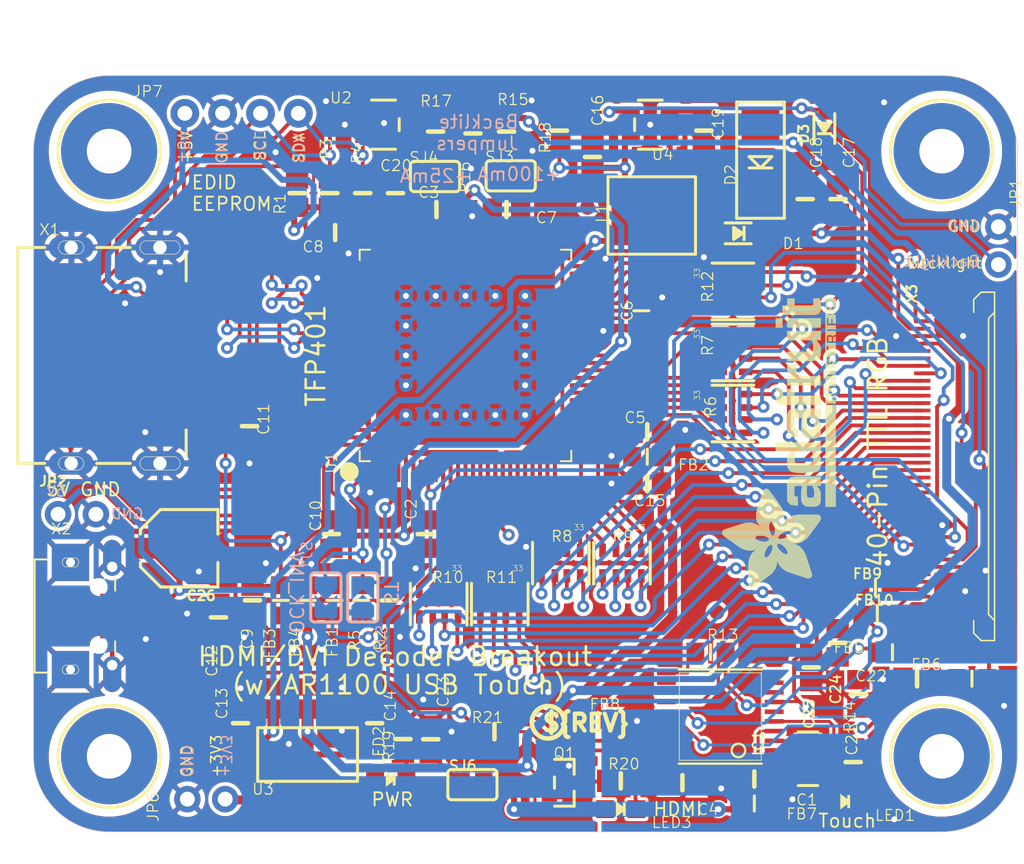
<source format=kicad_pcb>
(kicad_pcb (version 20221018) (generator pcbnew)
  (layers (0 "F.Cu" signal) (31 "B.Cu" signal) (34 "B.Paste" user) (35 "F.Paste" user) (36 "B.SilkS" user "B.Silkscreen") (37 "F.SilkS" user "F.Silkscreen") (38 "B.Mask" user) (39 "F.Mask" user) (44 "Edge.Cuts" user))
  (net 0 "")
  (net 1 "GND")
  (net 2 "N$1")
  (net 3 "N$2")
  (net 4 "N$3")
  (net 5 "N$4")
  (net 6 "N$5")
  (net 7 "N$6")
  (net 8 "N$7")
  (net 9 "N$8")
  (net 10 "N$9")
  (net 11 "N$38")
  (net 12 "N$42")
  (net 13 "VDD")
  (net 14 "VDDIO")
  (net 15 "OCK_INV")
  (net 16 "ST")
  (net 17 "PWRDN_O")
  (net 18 "PWRDN")
  (net 19 "ASD")
  (net 20 "ZXC")
  (net 21 "XCV")
  (net 22 "CVB")
  (net 23 "CTL3")
  (net 24 "CTL2")
  (net 25 "CTL1")
  (net 26 "AVDD")
  (net 27 "SCL")
  (net 28 "SDA")
  (net 29 "VIN")
  (net 30 "5.0V")
  (net 31 "D+")
  (net 32 "D-")
  (net 33 "N$10")
  (net 34 "N$11")
  (net 35 "N$12")
  (net 36 "N$14")
  (net 37 "N$15")
  (net 38 "N$16")
  (net 39 "N$17")
  (net 40 "N$18")
  (net 41 "N$19")
  (net 42 "N$20")
  (net 43 "N$21")
  (net 44 "N$22")
  (net 45 "N$23")
  (net 46 "N$24")
  (net 47 "N$25")
  (net 48 "N$26")
  (net 49 "N$27")
  (net 50 "N$28")
  (net 51 "N$29")
  (net 52 "N$30")
  (net 53 "N$31")
  (net 54 "N$32")
  (net 55 "N$33")
  (net 56 "N$34")
  (net 57 "N$35")
  (net 58 "N$36")
  (net 59 "N$39")
  (net 60 "R0")
  (net 61 "R1")
  (net 62 "R2")
  (net 63 "R3")
  (net 64 "R4")
  (net 65 "R5")
  (net 66 "R6")
  (net 67 "R7")
  (net 68 "G0")
  (net 69 "G1")
  (net 70 "G2")
  (net 71 "G3")
  (net 72 "G4")
  (net 73 "G5")
  (net 74 "G6")
  (net 75 "G7")
  (net 76 "B0")
  (net 77 "B1")
  (net 78 "B2")
  (net 79 "B3")
  (net 80 "B4")
  (net 81 "B5")
  (net 82 "B6")
  (net 83 "B7")
  (net 84 "VSYNC")
  (net 85 "HSYNC")
  (net 86 "PIXCLK")
  (net 87 "DISPEN")
  (net 88 "ACTIVE")
  (net 89 "X+")
  (net 90 "Y+")
  (net 91 "X-")
  (net 92 "Y-")
  (net 93 "N$40")
  (net 94 "N$41")
  (net 95 "N$43")
  (net 96 "N$47")
  (net 97 "N$52")
  (net 98 "LEDK")
  (net 99 "24V")
  (net 100 "N$49")
  (net 101 "N$50")
  (net 102 "N$13")
  (net 103 "N$45")
  (net 104 "N$46")
  (net 105 "N$48")
  (net 106 "N$53")
  (net 107 "N$54")
  (net 108 "AGND")
  (net 109 "N$55")
  (net 110 "AVDD2")
  (net 111 "N$56")
  (net 112 "N$57")
  (footprint "working:MOUNTINGHOLE_3.0_PLATED" (layer "F.Cu") (at 176.4411 84.6836)
    (fp_text reference "U$32" hide)
    (fp_text value "MOUNTINGHOLE3.0" hide)
  )
  (footprint "working:SOD-123" (layer "F.Cu") (at 162.7811 90.2036 180)
    (fp_text reference "D1")
    (fp_text value "MBR0540" hide)
  )
  (footprint "working:RESPACK_4X0603" (layer "F.Cu") (at 162.4311 102.3036 -90)
    (fp_text reference "R6")
    (fp_text value "33")
  )
  (footprint "working:_0805MP" (layer "F.Cu") (at 135.6811 114.8536 90)
    (fp_text reference "FB1")
    (fp_text value "Ferrite")
  )
  (footprint "working:0805-NO" (layer "F.Cu") (at 129.9811 103.1536 -90)
    (fp_text reference "C11")
    (fp_text value "0.1uF")
  )
  (footprint "working:0805-NO" (layer "F.Cu") (at 167.6781 119.3546 -90)
    (fp_text reference "C25")
    (fp_text value "0.01uF")
  )
  (footprint "working:CHIPLED_0805_NOOUTLINE" (layer "F.Cu") (at 169.9641 128.3686 -90)
    (fp_text reference "LED1")
    (fp_text value "Red")
  )
  (footprint "working:0805-NO" (layer "F.Cu") (at 159.0421 127.1016)
    (fp_text reference "C4")
    (fp_text value "0.1uF")
  )
  (footprint "working:RESPACK_4X0603" (layer "F.Cu") (at 150.8811 112.3536 180)
    (fp_text reference "R8")
    (fp_text value "33")
  )
  (footprint "working:_0805MP" (layer "F.Cu") (at 178.4731 120.1166)
    (fp_text reference "FB6")
    (fp_text value "ferrite")
  )
  (footprint "working:0805-NO" (layer "F.Cu") (at 142.4731 83.3686 -90)
    (fp_text reference "R17")
    (fp_text value "12 ohm")
  )
  (footprint "working:0805-NO" (layer "F.Cu") (at 169.4561 117.7036 -90)
    (fp_text reference "C24")
    (fp_text value "0.01uF")
  )
  (footprint "working:0805-NO" (layer "F.Cu") (at 163.8681 126.8476)
    (fp_text reference "C1")
    (fp_text value "0.1uF")
  )
  (footprint "working:0805-NO" (layer "F.Cu") (at 137.5811 87.5036 -90)
    (fp_text reference "R4")
    (fp_text value "10K")
  )
  (footprint "working:_0805MP" (layer "F.Cu") (at 156.6811 105.2036 180)
    (fp_text reference "FB2")
    (fp_text value "Ferrite")
  )
  (footprint "working:FIDUCIAL_1MM" (layer "F.Cu") (at 161.3561 115.6426)
    (fp_text reference "FID3" hide)
    (fp_text value "FIDUCIAL\"\"" hide)
  )
  (footprint "working:4-1734839-0" (layer "F.Cu") (at 177.6811 105.8536 -90)
    (fp_text reference "X3")
    (fp_text value "XF2-40-RARBT" hide)
  )
  (footprint "working:0805-NO" (layer "F.Cu") (at 140.2811 124.1716 90)
    (fp_text reference "R19")
    (fp_text value "1K")
  )
  (footprint "working:S-PQFP-G100" (layer "F.Cu") (at 144.4811 98.4036)
    (fp_text reference "U1")
    (fp_text value "TFP401")
  )
  (footprint "working:CHIPLED_0805_NOOUTLINE" (layer "F.Cu") (at 139.4621 126.8446 -90)
    (fp_text reference "LED2")
    (fp_text value "Green")
  )
  (footprint "working:_0805MP" (layer "F.Cu") (at 132.0811 114.8536 90)
    (fp_text reference "FB3")
    (fp_text value "Ferrite")
  )
  (footprint "working:0805-NO" (layer "F.Cu") (at 156.6811 107.0036 180)
    (fp_text reference "C15")
    (fp_text value "10uF")
  )
  (footprint "working:RESPACK_4X0603" (layer "F.Cu") (at 146.7811 115.1036 180)
    (fp_text reference "R11")
    (fp_text value "33")
  )
  (footprint "working:_0805MP" (layer "F.Cu") (at 160.9221 118.3386 180)
    (fp_text reference "R13")
    (fp_text value "10K")
  )
  (footprint "working:0805-NO" (layer "F.Cu") (at 154.9036 126.9746 180)
    (fp_text reference "R20")
    (fp_text value "1K")
  )
  (footprint "working:0805-NO" (layer "F.Cu") (at 135.4811 110.3996 -90)
    (fp_text reference "C10")
    (fp_text value "0.1uF")
  )
  (footprint "working:RESPACK_4X0603" (layer "F.Cu") (at 162.4311 94.1036 -90)
    (fp_text reference "R12")
    (fp_text value "33")
  )
  (footprint "working:_0805MP" (layer "F.Cu") (at 172.1231 115.7986)
    (fp_text reference "FB10")
    (fp_text value "ferrite")
  )
  (footprint "working:RESPACK_4X0603" (layer "F.Cu") (at 154.9811 112.3536 180)
    (fp_text reference "R9")
    (fp_text value "33")
  )
  (footprint "working:_0805MP" (layer "F.Cu") (at 156.2811 95.4036 90)
    (fp_text reference "C6")
    (fp_text value "0.1uF")
  )
  (footprint "working:0805-NO" (layer "F.Cu") (at 135.3811 87.5036 -90)
    (fp_text reference "R3")
    (fp_text value "10K")
  )
  (footprint "working:MOUNTINGHOLE_3.0_PLATED" (layer "F.Cu") (at 176.4411 125.3236)
    (fp_text reference "U$33" hide)
    (fp_text value "MOUNTINGHOLE3.0" hide)
  )
  (footprint "working:INDUCTOR_5X5MM_NR5040_NOTHERMALS" (layer "F.Cu") (at 156.9811 89.0036)
    (fp_text reference "L1")
    (fp_text value "BRL3225T150K" hide)
  )
  (footprint "working:CHIPLED_0805_NOOUTLINE" (layer "F.Cu") (at 154.9036 128.8766 -90)
    (fp_text reference "LED3")
    (fp_text value "Blue")
  )
  (footprint "working:FIDUCIAL_1MM" (layer "F.Cu") (at 123.7431 120.8906)
    (fp_text reference "FID2" hide)
    (fp_text value "FIDUCIAL\"\"" hide)
  )
  (footprint "working:ADAFRUIT_TEXT_20MM" (layer "F.Cu") (at 169.3291 114.1476 90)
    (fp_text reference "U$81" hide)
    (fp_text value "" hide)
  )
  (footprint "working:0805-NO" (layer "F.Cu") (at 170.5041 125.7136 90)
    (fp_text reference "R14")
    (fp_text value "1K")
  )
  (footprint "working:0805-NO" (layer "F.Cu") (at 147.2311 88.6036 180)
    (fp_text reference "C7")
    (fp_text value "0.1uF")
  )
  (footprint "working:MOUNTINGHOLE_3.0_PLATED" (layer "F.Cu") (at 120.5611 125.3236)
    (fp_text reference "U$34" hide)
    (fp_text value "MOUNTINGHOLE3.0" hide)
  )
  (footprint "working:0805-NO" (layer "F.Cu") (at 156.6811 103.5306)
    (fp_text reference "C5")
    (fp_text value "0.1uF")
  )
  (footprint "working:SOT223-R" (layer "F.Cu") (at 133.8811 125.2036 180)
    (fp_text reference "U3")
    (fp_text value "LT1117(3V3)" hide)
  )
  (footprint "working:PANASONIC_C" (layer "F.Cu") (at 125.2601 111.3536 180)
    (fp_text reference "C26")
    (fp_text value "100uF")
  )
  (footprint "working:SOLDERJUMPER_CLOSEDWIRE" (layer "F.Cu") (at 144.9451 127.2286)
    (fp_text reference "SJ6")
    (fp_text value "")
  )
  (footprint "working:MOUNTINGHOLE_3.0_PLATED" (layer "F.Cu") (at 120.5611 84.6836)
    (fp_text reference "U$31" hide)
    (fp_text value "MOUNTINGHOLE3.0" hide)
  )
  (footprint "working:0805-NO" (layer "F.Cu") (at 174.7901 120.1166 180)
    (fp_text reference "C22")
    (fp_text value "0.01uF")
  )
  (footprint "working:0805-NO" (layer "F.Cu") (at 170.8531 121.1326 -90)
    (fp_text reference "C21")
    (fp_text value "0.01uF")
  )
  (footprint "working:1X02_ROUND" (layer "F.Cu") (at 118.4021 109.0676)
    (fp_text reference "JP2")
    (fp_text value "")
  )
  (footprint "working:0805-NO" (layer "F.Cu") (at 142.1511 124.1806 90)
    (fp_text reference "C23")
    (fp_text value "0.1uF")
  )
  (footprint "working:RESONATOR-SMD" (layer "F.Cu") (at 167.4671 125.4876 90)
    (fp_text reference "Y1")
    (fp_text value "12MHz")
  )
  (footprint "working:RESPACK_4X0603" (layer "F.Cu") (at 142.6811 115.1036 180)
    (fp_text reference "R10")
    (fp_text value "33")
  )
  (footprint "working:0805-NO" (layer "F.Cu") (at 142.5311 88.6036 180)
    (fp_text reference "C3")
    (fp_text value "0.1uF")
  )
  (footprint "working:0805-NO" (layer "F.Cu") (at 160.4811 83.3036 -90)
    (fp_text reference "C19")
    (fp_text value "0.1uF")
  )
  (footprint "working:0805-NO" (layer "F.Cu") (at 129.3811 123.1036 90)
    (fp_text reference "C13")
    (fp_text value "10uF")
  )
  (footprint "working:0805-NO" (layer "F.Cu") (at 133.1811 87.5036 -90)
    (fp_text reference "R1")
    (fp_text value "10K")
  )
  (footprint "working:_0805MP" (layer "F.Cu") (at 133.8811 114.8536 90)
    (fp_text reference "FB4")
    (fp_text value "Ferrite")
  )
  (footprint "working:0805-NO" (layer "F.Cu") (at 135.7311 90.1536)
    (fp_text reference "C8")
    (fp_text value "0.1uF")
  )
  (footprint "working:0805-NO" (layer "F.Cu") (at 139.7811 87.5036 -90)
    (fp_text reference "C20")
    (fp_text value "0.1uF")
  )
  (footprint "working:SOT23-5" (layer "F.Cu") (at 156.8811 82.9036 90)
    (fp_text reference "U4")
    (fp_text value "FAN5333BSX" hide)
  )
  (footprint "working:FIDUCIAL_1MM" (layer "F.Cu") (at 152.6701 88.4576)
    (fp_text reference "FID1" hide)
    (fp_text value "FIDUCIAL\"\"" hide)
  )
  (footprint "working:_0805MP" (layer "F.Cu") (at 173.1391 118.3386)
    (fp_text reference "FB5")
    (fp_text value "ferrite")
  )
  (footprint "working:PCBFEAT-REV-056" (layer "F.Cu") (at 150.0251 123.0376)
    (fp_text reference "U$80" hide)
    (fp_text value "" hide)
  )
  (footprint "working:0805-NO" (layer "F.Cu") (at 144.9811 83.4956 -90)
    (fp_text reference "R16")
    (fp_text value "12 ohm")
  )
  (footprint "working:_0805MP" (layer "F.Cu") (at 137.4811 114.8536 90)
    (fp_text reference "R5")
    (fp_text value "10K")
  )
  (footprint "working:1X02_ROUND" (layer "F.Cu") (at 127.0811 128.2036 180)
    (fp_text reference "JP6")
    (fp_text value "")
  )
  (footprint "working:_0805MP" (layer "F.Cu") (at 163.8681 128.4986 180)
    (fp_text reference "FB7")
    (fp_text value "Ferrite")
  )
  (footprint "working:0805-NO" (layer "F.Cu") (at 130.1811 114.8536 -90)
    (fp_text reference "C9")
    (fp_text value "0.1uF")
  )
  (footprint "working:0805-NO" (layer "F.Cu") (at 167.2811 87.9036 90)
    (fp_text reference "C18")
    (fp_text value "1uF")
  )
  (footprint "working:HDMI_MOLEX_47151-0001_DIMLAYER" (layer "F.Cu") (at 124.7311 98.4036 -90)
    (fp_text reference "X1")
    (fp_text value "47151-0001" hide)
    (fp_line (start -7.7 -0.15) (end -7.7 1.65) (stroke (width 0.05)) (layer "Edge.Cuts"))
    (fp_line (start -7.7 7.12) (end -7.7 6.32) (stroke (width 0.05)) (layer "Edge.Cuts"))
    (fp_line (start -6.8 1.65) (end -6.8 -0.15) (stroke (width 0.05)) (layer "Edge.Cuts"))
    (fp_line (start -6.8 6.32) (end -6.8 7.12) (stroke (width 0.05)) (layer "Edge.Cuts"))
    (fp_line (start 6.8 -0.15) (end 6.8 1.65) (stroke (width 0.05)) (layer "Edge.Cuts"))
    (fp_line (start 6.8 7.12) (end 6.8 6.32) (stroke (width 0.05)) (layer "Edge.Cuts"))
    (fp_line (start 7.7 1.65) (end 7.7 -0.15) (stroke (width 0.05)) (layer "Edge.Cuts"))
    (fp_line (start 7.7 6.32) (end 7.7 7.12) (stroke (width 0.05)) (layer "Edge.Cuts"))
    (fp_arc (start -7.7 -0.15) (mid -7.568197 -0.468198) (end -7.249999 -0.599999) (stroke (width 0.05)) (layer "Edge.Cuts"))
    (fp_arc (start -7.7 6.32) (mid -7.568198 6.001802) (end -7.25 5.87) (stroke (width 0.05)) (layer "Edge.Cuts"))
    (fp_arc (start -7.25 -0.6) (mid -6.931801 -0.468198) (end -6.799999 -0.149999) (stroke (width 0.05)) (layer "Edge.Cuts"))
    (fp_arc (start -7.25 2.1) (mid -7.568198 1.968198) (end -7.7 1.65) (stroke (width 0.05)) (layer "Edge.Cuts"))
    (fp_arc (start -7.25 5.87) (mid -6.931802 6.001802) (end -6.8 6.32) (stroke (width 0.05)) (layer "Edge.Cuts"))
    (fp_arc (start -7.25 7.57) (mid -7.568198 7.438198) (end -7.7 7.12) (stroke (width 0.05)) (layer "Edge.Cuts"))
    (fp_arc (start -6.8 1.65) (mid -6.931802 1.968198) (end -7.25 2.1) (stroke (width 0.05)) (layer "Edge.Cuts"))
    (fp_arc (start -6.8 7.12) (mid -6.931802 7.438198) (end -7.25 7.57) (stroke (width 0.05)) (layer "Edge.Cuts"))
    (fp_arc (start 6.8 -0.15) (mid 6.931803 -0.468198) (end 7.250001 -0.599999) (stroke (width 0.05)) (layer "Edge.Cuts"))
    (fp_arc (start 6.8 6.32) (mid 6.931802 6.001802) (end 7.25 5.87) (stroke (width 0.05)) (layer "Edge.Cuts"))
    (fp_arc (start 7.25 -0.6) (mid 7.568199 -0.468198) (end 7.700001 -0.149999) (stroke (width 0.05)) (layer "Edge.Cuts"))
    (fp_arc (start 7.25 2.1) (mid 6.931802 1.968198) (end 6.8 1.65) (stroke (width 0.05)) (layer "Edge.Cuts"))
    (fp_arc (start 7.25 5.87) (mid 7.568198 6.001802) (end 7.7 6.32) (stroke (width 0.05)) (layer "Edge.Cuts"))
    (fp_arc (start 7.25 7.57) (mid 6.931802 7.438198) (end 6.8 7.12) (stroke (width 0.05)) (layer "Edge.Cuts"))
    (fp_arc (start 7.7 1.65) (mid 7.568198 1.968198) (end 7.25 2.1) (stroke (width 0.05)) (layer "Edge.Cuts"))
    (fp_arc (start 7.7 7.12) (mid 7.568198 7.438198) (end 7.25 7.57) (stroke (width 0.05)) (layer "Edge.Cuts"))
  )
  (footprint "working:SMADIODE" (layer "F.Cu") (at 164.2811 85.3036 90)
    (fp_text reference "D2")
    (fp_text value "MM3Z24VT1G" hide)
  )
  (footprint "working:0805-NO" (layer "F.Cu") (at 169.4811 87.9036 90)
    (fp_text reference "C17")
    (fp_text value "1uF")
  )
  (footprint "working:_0805MP" (layer "F.Cu") (at 171.9961 114.0206)
    (fp_text reference "FB9")
    (fp_text value "ferrite")
  )
  (footprint "working:0805-NO" (layer "F.Cu") (at 150.7811 83.3036 90)
    (fp_text reference "R18")
    (fp_text value "10K")
  )
  (footprint "working:TSSOP20-5.3MMBODY" (layer "F.Cu") (at 161.5821 122.6566 90)
    (fp_text reference "IC1")
    (fp_text value "AR1100_SSOP")
  )
  (footprint "working:0805-NO" (layer "F.Cu") (at 127.9001 115.9966 -90)
    (fp_text reference "C12")
    (fp_text value "10uF")
  )
  (footprint "working:_0805MP" (layer "F.Cu") (at 153.4541 122.9106)
    (fp_text reference "FB8")
    (fp_text value "Ferrite")
  )
  (footprint "working:0805-NO" (layer "F.Cu") (at 139.3811 114.8536 90)
    (fp_text reference "R2")
    (fp_text value "10K")
  )
  (footprint "working:0805-NO" (layer "F.Cu") (at 153.0041 85.0766 -90)
    (fp_text reference "C16")
    (fp_text value "10uF")
  )
  (footprint "working:SOT23-5" (layer "F.Cu") (at 138.9811 82.9036 -90)
    (fp_text reference "U2")
    (fp_text value "24LC02BT-I/OT" hide)
  )
  (footprint "working:0805-NO" (layer "F.Cu") (at 147.2351 83.3686 -90)
    (fp_text reference "R15")
    (fp_text value "3 ohm")
  )
  (footprint "working:SOLDERJUMPER_ARROW_NOPASTE" (layer "F.Cu") (at 147.5161 86.3386)
    (fp_text reference "SJ3")
    (fp_text value "+50mA")
  )
  (footprint "working:0805-NO" (layer "F.Cu") (at 138.3811 123.1036 90)
    (fp_text reference "C14")
    (fp_text value "10uF")
  )
  (footprint "working:1X02_ROUND" (layer "F.Cu") (at 180.2511 91.0336 -90)
    (fp_text reference "JP1")
    (fp_text value "")
  )
  (footprint "working:SOT23-R" (layer "F.Cu") (at 151.1131 127.1016 -90)
    (fp_text reference "Q1")
    (fp_text value "BSS138")
  )
  (footprint "working:4UCONN_20329" (layer "F.Cu") (at 119.8661 115.9036 -90)
    (fp_text reference "X2")
    (fp_text value "microUSB")
    (fp_line (start -3.9 2.2) (end -3.9 1.6) (stroke (width 0.05)) (layer "Edge.Cuts"))
    (fp_line (start -3.3 1.6) (end -3.3 2.2) (stroke (width 0.05)) (layer "Edge.Cuts"))
    (fp_line (start 3.3 2.2) (end 3.3 1.6) (stroke (width 0.05)) (layer "Edge.Cuts"))
    (fp_line (start 3.9 1.6) (end 3.9 2.2) (stroke (width 0.05)) (layer "Edge.Cuts"))
    (fp_arc (start -3.9 1.6) (mid -3.801777 1.412868) (end -3.6 1.35) (stroke (width 0.05)) (layer "Edge.Cuts"))
    (fp_arc (start -3.6 1.35) (mid -3.398223 1.412868) (end -3.3 1.6) (stroke (width 0.05)) (layer "Edge.Cuts"))
    (fp_arc (start -3.6 2.45) (mid -3.801777 2.387132) (end -3.9 2.2) (stroke (width 0.05)) (layer "Edge.Cuts"))
    (fp_arc (start -3.3 2.2) (mid -3.398223 2.387132) (end -3.6 2.45) (stroke (width 0.05)) (layer "Edge.Cuts"))
    (fp_arc (start 3.3 1.6) (mid 3.398223 1.412868) (end 3.6 1.35) (stroke (width 0.05)) (layer "Edge.Cuts"))
    (fp_arc (start 3.6 1.35) (mid 3.801777 1.412868) (end 3.9 1.6) (stroke (width 0.05)) (layer "Edge.Cuts"))
    (fp_arc (start 3.6 2.45) (mid 3.398223 2.387132) (end 3.3 2.2) (stroke (width 0.05)) (layer "Edge.Cuts"))
    (fp_arc (start 3.9 2.2) (mid 3.801777 2.387132) (end 3.6 2.45) (stroke (width 0.05)) (layer "Edge.Cuts"))
  )
  (footprint "working:SOLDERJUMPER_ARROW_NOPASTE" (layer "F.Cu") (at 142.4361 86.3856)
    (fp_text reference "SJ4")
    (fp_text value "+25mA")
  )
  (footprint "working:0805-NO" (layer "F.Cu") (at 146.4241 123.6746)
    (fp_text reference "R21")
    (fp_text value "1K")
  )
  (footprint "working:1X04_ROUND_76" (layer "F.Cu") (at 129.4511 82.1436)
    (fp_text reference "JP7")
    (fp_text value "")
  )
  (footprint "working:0805-NO" (layer "F.Cu") (at 141.7811 110.4036 -90)
    (fp_text reference "C2")
    (fp_text value "0.1uF")
  )
  (footprint "working:RESPACK_4X0603" (layer "F.Cu") (at 162.4311 98.2036 -90)
    (fp_text reference "R7")
    (fp_text value "33")
  )
  (footprint "working:SOD-323" (layer "F.Cu") (at 168.5671 83.1596 90)
    (fp_text reference "D3")
    (fp_text value "2N4148")
  )
  (footprint "working:SOLDERJUMPER_ARROW_NOPASTE" (layer "B.Cu") (at 137.5851 114.6536 90)
    (fp_text reference "SJ2")
    (fp_text value "")
  )
  (footprint "working:SOLDERJUMPER_ARROW_NOPASTE" (layer "B.Cu") (at 135.1081 114.6536 -90)
    (fp_text reference "SJ1")
    (fp_text value "")
  )
  (gr_arc (start 181.5211 125.3236) (mid 180.033202 128.915702) (end 176.4411 130.4036) (stroke (width 0.05)) (layer "Edge.Cuts"))
  (gr_arc (start 176.4411 79.6036) (mid 180.033202 81.091498) (end 181.5211 84.6836) (stroke (width 0.05)) (layer "Edge.Cuts"))
  (gr_line (start 176.4411 79.6036) (end 120.5611 79.6036) (stroke (width 0.05)) (layer "Edge.Cuts"))
  (gr_line (start 120.5611 130.4036) (end 176.4411 130.4036) (stroke (width 0.05)) (layer "Edge.Cuts"))
  (gr_line (start 115.4811 84.6836) (end 115.4811 125.3236) (stroke (width 0.05)) (layer "Edge.Cuts"))
  (gr_arc (start 120.5611 130.4036) (mid 116.968998 128.915702) (end 115.4811 125.3236) (stroke (width 0.05)) (layer "Edge.Cuts"))
  (gr_arc (start 115.4811 84.6836) (mid 116.968998 81.091498) (end 120.5611 79.6036) (stroke (width 0.05)) (layer "Edge.Cuts"))
  (gr_line (start 181.5211 125.3236) (end 181.5211 84.6836) (stroke (width 0.05)) (layer "Edge.Cuts"))
  (gr_text "SDA" (at 133.7081 83.4226 -90) (layer "B.SilkS") (effects (font (size 0.715264 0.715264) (thickness 0.097536)) (justify right top mirror)))
  (gr_text "Backlight" (at 179.0051 92.4956) (layer "B.SilkS") (effects (font (size 0.715264 0.715264) (thickness 0.097536)) (justify left bottom mirror)))
  (gr_text "OCK_INV" (at 133.6421 111.4806 -90) (layer "B.SilkS") (effects (font (size 0.89408 0.89408) (thickness 0.12192)) (justify right top mirror)))
  (gr_text "SCL" (at 131.1081 83.2956 -90) (layer "B.SilkS") (effects (font (size 0.715264 0.715264) (thickness 0.097536)) (justify right top mirror)))
  (gr_text "+25mA" (at 139.9921 85.8266) (layer "B.SilkS") (effects (font (size 0.89408 0.89408) (thickness 0.12192)) (justify right top mirror)))
  (gr_text "+100mA" (at 145.1991 85.6996) (layer "B.SilkS") (effects (font (size 0.89408 0.89408) (thickness 0.12192)) (justify right top mirror)))
  (gr_text "Backlite\nJumpers" (at 148.1201 84.6836) (layer "B.SilkS") (effects (font (size 0.89408 0.89408) (thickness 0.12192)) (justify left bottom mirror)))
  (gr_text "GND" (at 128.5081 83.2686 -90) (layer "B.SilkS") (effects (font (size 0.715264 0.715264) (thickness 0.097536)) (justify right top mirror)))
  (gr_text "GND" (at 125.3811 126.8036 -90) (layer "B.SilkS") (effects (font (size 0.715264 0.715264) (thickness 0.097536)) (justify left bottom mirror)))
  (gr_text "GND" (at 179.0321 90.1036) (layer "B.SilkS") (effects (font (size 0.715264 0.715264) (thickness 0.097536)) (justify left bottom mirror)))
  (gr_text "+3V3" (at 127.9811 126.8036 -90) (layer "B.SilkS") (effects (font (size 0.715264 0.715264) (thickness 0.097536)) (justify left bottom mirror)))
  (gr_text "ST" (at 139.9921 113.5126 -90) (layer "B.SilkS") (effects (font (size 0.89408 0.89408) (thickness 0.12192)) (justify right top mirror)))
  (gr_text "+5V" (at 125.9351 83.2686 -90) (layer "B.SilkS") (effects (font (size 0.715264 0.715264) (thickness 0.097536)) (justify right top mirror)))
  (gr_text "GND" (at 122.9301 109.4546) (layer "B.SilkS") (effects (font (size 0.715264 0.715264) (thickness 0.097536)) (justify left bottom mirror)))
  (gr_text "5V" (at 117.7231 107.9306) (layer "B.SilkS") (effects (font (size 0.715264 0.715264) (thickness 0.097536)) (justify left bottom mirror)))
  (gr_text "40-Pin TTL RGB" (at 172.8851 112.7506 90) (layer "F.SilkS") (effects (font (size 1.251712 1.251712) (thickness 0.170688)) (justify left bottom)))
  (gr_text "SDA" (at 132.8681 83.4036 90) (layer "F.SilkS") (effects (font (size 0.715264 0.715264) (thickness 0.097536)) (justify right top)))
  (gr_text "Backlight" (at 179.185287 91.777363) (layer "F.SilkS") (effects (font (size 0.715264 0.715264) (thickness 0.097536)) (justify right top)))
  (gr_text "TFP401" (at 135.1661 101.9556 90) (layer "F.SilkS") (effects (font (size 1.251712 1.251712) (thickness 0.170688)) (justify left bottom)))
  (gr_text "+3V3" (at 128.1811 126.8036 90) (layer "F.SilkS") (effects (font (size 0.715264 0.715264) (thickness 0.097536)) (justify left bottom)))
  (gr_text "HDMI" (at 157.0101 129.3876) (layer "F.SilkS") (effects (font (size 0.89408 0.89408) (thickness 0.12192)) (justify left bottom)))
  (gr_text "GND" (at 179.1321 89.3306) (layer "F.SilkS") (effects (font (size 0.715264 0.715264) (thickness 0.097536)) (justify right top)))
  (gr_text "GND" (at 127.7081 83.2686 90) (layer "F.SilkS") (effects (font (size 0.715264 0.715264) (thickness 0.097536)) (justify right top)))
  (gr_text "SCL" (at 130.2621 83.2956 90) (layer "F.SilkS") (effects (font (size 0.715264 0.715264) (thickness 0.097536)) (justify right top)))
  (gr_text "(w/AR1100 USB Touch)" (at 128.6891 121.2596) (layer "F.SilkS") (effects (font (size 1.251712 1.251712) (thickness 0.170688)) (justify left bottom)))
  (gr_text "GND" (at 118.5291 107.9246) (layer "F.SilkS") (effects (font (size 0.89408 0.89408) (thickness 0.12192)) (justify left bottom)))
  (gr_text "HDMI/DVI Decoder Breakout" (at 126.4031 119.3546) (layer "F.SilkS") (effects (font (size 1.251712 1.251712) (thickness 0.170688)) (justify left bottom)))
  (gr_text "Touch" (at 172.1231 129.1336) (layer "F.SilkS") (effects (font (size 0.89408 0.89408) (thickness 0.12192)) (justify right top)))
  (gr_text "GND" (at 126.1811 126.8036 90) (layer "F.SilkS") (effects (font (size 0.715264 0.715264) (thickness 0.097536)) (justify left bottom)))
  (gr_text "EDID\nEEPROM" (at 126.0221 88.7476) (layer "F.SilkS") (effects (font (size 0.89408 0.89408) (thickness 0.12192)) (justify left bottom)))
  (gr_text "+5V" (at 125.3621 83.2686 90) (layer "F.SilkS") (effects (font (size 0.715264 0.715264) (thickness 0.097536)) (justify right top)))
  (gr_text "PWR" (at 138.0871 128.7526) (layer "F.SilkS") (effects (font (size 0.89408 0.89408) (thickness 0.12192)) (justify left bottom)))
  (gr_text "5V" (at 116.2431 107.9246) (layer "F.SilkS") (effects (font (size 0.89408 0.89408) (thickness 0.12192)) (justify left bottom)))
  (segment (start 153.1311 83.0536) (end 152.9811 82.9036) (width 0.254) (layer "F.Cu") (net 1))
  (segment (start 150.1131 128.0516) (end 151.1311 128.0516) (width 0.3048) (layer "F.Cu") (net 1))
  (segment (start 174.0281 113.3856) (end 174.0281 112.6236) (width 0.254) (layer "F.Cu") (net 1))
  (segment (start 136.7311 92.4036) (end 136.7311 90.1696) (width 0.25) (layer "F.Cu") (net 1))
  (segment (start 137.0811 118.1536) (end 134.8311 118.1536) (width 0.254) (layer "F.Cu") (net 1))
  (segment (start 139.9811 97.9036) (end 140.4811 98.4036) (width 0.25) (layer "F.Cu") (net 1))
  (segment (start 122.7311 103.3036) (end 122.9811 103.5536) (width 0.25) (layer "F.Cu") (net 1))
  (segment (start 139.9811 102.9036) (end 140.4811 102.4036) (width 0.254) (layer "F.Cu") (net 1))
  (segment (start 148.7811 111.4966) (end 148.7811 115.0036) (width 0.254) (layer "F.Cu") (net 1))
  (segment (start 122.7311 102.4036) (end 122.7311 103.3036) (width 0.25) (layer "F.Cu") (net 1))
  (segment (start 140.1061 102.7786) (end 140.4811 102.4036) (width 0.25) (layer "F.Cu") (net 1))
  (segment (start 146.9811 89.6536) (end 146.9811 89.3696) (width 0.254) (layer "F.Cu") (net 1))
  (segment (start 126.4811 97.9036) (end 126.4811 95.1536) (width 0.25) (layer "F.Cu") (net 1))
  (segment (start 147.4811 109.0536) (end 148.6281 110.0836) (width 0.254) (layer "F.Cu") (net 1))
  (segment (start 123.9711 92.7936) (end 123.9811 92.8036) (width 0.4) (layer "F.Cu") (net 1))
  (segment (start 155.4811 94.3876) (end 156.2811 94.3876) (width 0.254) (layer "F.Cu") (net 1))
  (segment (start 177.3811 94.5036) (end 179.1811 94.5036) (width 0.6096) (layer "F.Cu") (net 1))
  (segment (start 140.4811 106.8036) (end 140.4811 107.8036) (width 0.254) (layer "F.Cu") (net 1))
  (segment (start 154.9651 94.9036) (end 155.4811 94.3876) (width 0.254) (layer "F.Cu") (net 1))
  (segment (start 141.9811 90.6536) (end 141.9811 89.0696) (width 0.254) (layer "F.Cu") (net 1))
  (segment (start 152.2311 103.4036) (end 153.6811 103.4036) (width 0.25) (layer "F.Cu") (net 1))
  (segment (start 138.0811 107.6036) (end 138.4811 107.2036) (width 0.254) (layer "F.Cu") (net 1))
  (segment (start 123.9711 105.6536) (end 123.9711 104.5436) (width 0.3048) (layer "F.Cu") (net 1))
  (segment (start 138.4811 104.4036) (end 139.4811 103.4036) (width 0.25) (layer "F.Cu") (net 1))
  (segment (start 172.8851 112.4966) (end 172.7581 112.3696) (width 0.254) (layer "F.Cu") (net 1))
  (segment (start 123.9811 105.6536) (end 126.0811 105.6536) (width 0.4064) (layer "F.Cu") (net 1))
  (segment (start 157.7311 103.4196) (end 157.6311 103.5306) (width 0.25) (layer "F.Cu") (net 1))
  (segment (start 123.9811 104.4536) (end 123.9811 105.6536) (width 0.4064) (layer "F.Cu") (net 1))
  (segment (start 146.9811 89.3696) (end 146.2811 88.6036) (width 0.254) (layer "F.Cu") (net 1))
  (segment (start 116.2311 105.6536) (end 117.9811 105.6536) (width 0.4064) (layer "F.Cu") (net 1))
  (segment (start 122.9811 100.9036) (end 122.7311 101.1536) (width 0.25) (layer "F.Cu") (net 1))
  (segment (start 151.1311 126.2496) (end 151.4221 125.9586) (width 0.3048) (layer "F.Cu") (net 1))
  (segment (start 152.2311 94.9036) (end 154.9651 94.9036) (width 0.254) (layer "F.Cu") (net 1))
  (segment (start 176.1811 110.1036) (end 176.4811 109.8036) (width 0.254) (layer "F.Cu") (net 1))
  (segment (start 148.5431 111.2586) (end 148.7811 111.4966) (width 0.254) (layer "F.Cu") (net 1))
  (segment (start 116.2311 91.1536) (end 119.7811 91.1536) (width 0.4064) (layer "F.Cu") (net 1))
  (segment (start 126.4811 99.1536) (end 126.4811 97.9036) (width 0.25) (layer "F.Cu") (net 1))
  (segment (start 175.1411 97.1036) (end 177.8811 97.1036) (width 0.254) (layer "F.Cu") (net 1))
  (segment (start 117.9811 104.5536) (end 117.9811 104.6036) (width 0.4064) (layer "F.Cu") (net 1))
  (segment (start 153.0041 84.1266) (end 153.1311 83.0536) (width 0.254) (layer "F.Cu") (net 1))
  (segment (start 148.5431 110.1686) (end 148.5431 111.2586) (width 0.254) (layer "F.Cu") (net 1))
  (segment (start 141.5811 88.6036) (end 141.5811 88.1746) (width 0.4064) (layer "F.Cu") (net 1))
  (segment (start 136.7311 100.4036) (end 140.4811 100.4036) (width 0.25) (layer "F.Cu") (net 1))
  (segment (start 140.4811 98.4036) (end 144.4811 98.4036) (width 0.25) (layer "F.Cu") (net 1))
  (segment (start 147.4811 108.4536) (end 147.4811 109.0536) (width 0.254) (layer "F.Cu") (net 1))
  (segment (start 179.3811 112.8536) (end 179.8311 112.8536) (width 0.254) (layer "F.Cu") (net 1))
  (segment (start 124.7311 100.9036) (end 122.9811 100.9036) (width 0.25) (layer "F.Cu") (net 1))
  (segment (start 134.7311 93.9036) (end 136.7311 93.9036) (width 0.25) (layer "F.Cu") (net 1))
  (segment (start 118.0311 89.9536) (end 118.0311 92.3536) (width 0.4064) (layer "F.Cu") (net 1))
  (segment (start 120.7661 119.2036) (end 120.7661 117.3286) (width 0.3048) (layer "F.Cu") (net 1))
  (segment (start 123.9711 104.5436) (end 122.9811 103.5536) (width 0.4) (layer "F.Cu") (net 1))
  (segment (start 176.0961 113.6036) (end 176.3141 113.3856) (width 0.2032) (layer "F.Cu") (net 1))
  (segment (start 136.7311 98.9036) (end 139.9811 98.9036) (width 0.25) (layer "F.Cu") (net 1))
  (segment (start 129.9811 104.1036) (end 129.9811 105.6536) (width 0.4) (layer "F.Cu") (net 1))
  (segment (start 175.1411 113.6036) (end 176.0961 113.6036) (width 0.2032) (layer "F.Cu") (net 1))
  (segment (start 152.2311 97.9036) (end 153.5311 97.9036) (width 0.254) (layer "F.Cu") (net 1))
  (segment (start 120.7661 117.3286) (end 120.6411 117.2036) (width 0.3048) (layer "F.Cu") (net 1))
  (segment (start 124.7311 99.4036) (end 126.2311 99.4036) (width 0.25) (layer "F.Cu") (net 1))
  (segment (start 153.5311 97.9036) (end 153.7311 96.7536) (width 0.254) (layer "F.Cu") (net 1))
  (segment (start 173.9011 112.4966) (end 172.8851 112.4966) (width 0.254) (layer "F.Cu") (net 1))
  (segment (start 138.4811 106.1536) (end 138.4811 104.4036) (width 0.25) (layer "F.Cu") (net 1))
  (segment (start 139.9811 106.1536) (end 139.9811 102.9036) (width 0.254) (layer "F.Cu") (net 1))
  (segment (start 136.7311 90.1696) (end 136.6811 90.1536) (width 0.25) (layer "F.Cu") (net 1))
  (segment (start 148.6281 110.0836) (end 148.5431 110.1686) (width 0.254) (layer "F.Cu") (net 1))
  (segment (start 179.8311 112.8536) (end 179.8311 112.6036) (width 0.254) (layer "F.Cu") (net 1))
  (segment (start 137.0811 115.8696) (end 137.4811 115.8696) (width 0.4064) (layer "F.Cu") (net 1))
  (segment (start 155.7311 107.0036) (end 154.2811 107.0036) (width 0.4) (layer "F.Cu") (net 1))
  (segment (start 174.2461 113.6036) (end 174.0281 113.3856) (width 0.254) (layer "F.Cu") (net 1))
  (segment (start 142.5321 87.2236) (end 142.6141 87.2236) (width 0.4064) (layer "F.Cu") (net 1))
  (segment (start 139.9811 95.9036) (end 140.4811 96.4036) (width 0.25) (layer "F.Cu") (net 1))
  (segment (start 136.7311 103.4036) (end 139.4811 103.4036) (width 0.25) (layer "F.Cu") (net 1))
  (segment (start 140.4811 106.1536) (end 140.4811 103.1536) (width 0.25) (layer "F.Cu") (net 1))
  (segment (start 137.0811 115.8696) (end 137.0811 116.8536) (width 0.4064) (layer "F.Cu") (net 1))
  (segment (start 175.1411 113.6036) (end 174.2461 113.6036) (width 0.254) (layer "F.Cu") (net 1))
  (segment (start 139.4811 103.4036) (end 140.1061 102.7786) (width 0.25) (layer "F.Cu") (net 1))
  (segment (start 146.9811 90.6536) (end 146.9811 89.6536) (width 0.25) (layer "F.Cu") (net 1))
  (segment (start 126.4811 97.9036) (end 124.7311 97.9036) (width 0.25) (layer "F.Cu") (net 1))
  (segment (start 123.9711 91.1536) (end 123.9711 92.7936) (width 0.4064) (layer "F.Cu") (net 1))
  (segment (start 176.8811 92.7036) (end 176.8811 96.7036) (width 0.6096) (layer "F.Cu") (net 1))
  (segment (start 175.1411 110.1036) (end 176.1811 110.1036) (width 0.254) (layer "F.Cu") (net 1))
  (segment (start 179.8311 104.3036) (end 179.8311 112.6036) (width 0.2032) (layer "F.Cu") (net 1))
  (segment (start 136.7311 95.9036) (end 139.9811 95.9036) (width 0.25) (layer "F.Cu") (net 1))
  (segment (start 124.7311 102.4036) (end 122.7311 102.4036) (width 0.25) (layer "F.Cu") (net 1))
  (segment (start 141.5811 88.1746) (end 142.5321 87.2236) (width 0.4064) (layer "F.Cu") (net 1))
  (segment (start 117.9811 105.6536) (end 117.9811 104.6036) (width 0.254) (layer "F.Cu") (net 1))
  (segment (start 122.7311 101.1536) (end 122.7311 102.4036) (width 0.25) (layer "F.Cu") (net 1))
  (segment (start 142.6141 87.2236) (end 143.4521 86.3856) (width 0.4064) (layer "F.Cu") (net 1))
  (segment (start 124.7311 94.9036) (end 121.6311 94.9036) (width 0.25) (layer "F.Cu") (net 1))
  (segment (start 126.2311 99.4036) (end 126.4811 99.1536) (width 0.25) (layer "F.Cu") (net 1))
  (segment (start 145.5811 86.4036) (end 145.5651 86.3876) (width 0.4064) (layer "F.Cu") (net 1))
  (segment (start 139.9811 98.9036) (end 140.4811 98.4036) (width 0.25) (layer "F.Cu") (net 1))
  (segment (start 147.4811 106.1536) (end 147.4811 108.4536) (width 0.25) (layer "F.Cu") (net 1))
  (segment (start 141.9811 89.0696) (end 141.5811 88.6036) (width 0.254) (layer "F.Cu") (net 1))
  (segment (start 151.1311 128.0516) (end 151.1311 126.2496) (width 0.3048) (layer "F.Cu") (net 1))
  (segment (start 126.4811 95.1536) (end 126.2311 94.9036) (width 0.25) (layer "F.Cu") (net 1))
  (segment (start 174.0281 112.6236) (end 173.9011 112.4966) (width 0.254) (layer "F.Cu") (net 1))
  (segment (start 136.7311 97.9036) (end 139.9811 97.9036) (width 0.25) (layer "F.Cu") (net 1))
  (segment (start 138.4811 107.2036) (end 138.4811 106.1536) (width 0.254) (layer "F.Cu") (net 1))
  (segment (start 139.9811 93.9036) (end 140.4811 94.4036) (width 0.25) (layer "F.Cu") (net 1))
  (segment (start 126.2311 94.9036) (end 124.7311 94.9036) (width 0.25) (layer "F.Cu") (net 1))
  (segment (start 174.1411 97.1036) (end 175.1411 97.1036) (width 0.254) (layer "F.Cu") (net 1))
  (segment (start 137.0811 116.8536) (end 137.0811 118.1536) (width 0.254) (layer "F.Cu") (net 1))
  (segment (start 152.9811 82.9036) (end 152.0811 82.9036) (width 0.254) (layer "F.Cu") (net 1))
  (segment (start 136.7311 93.9036) (end 139.9811 93.9036) (width 0.25) (layer "F.Cu") (net 1))
  (segment (start 154.2811 104.0036) (end 154.2811 105.1536) (width 0.25) (layer "F.Cu") (net 1))
  (segment (start 140.4811 103.1536) (end 140.1061 102.7786) (width 0.25) (layer "F.Cu") (net 1))
  (segment (start 157.6311 103.5306) (end 159.2311 103.4036) (width 0.4) (layer "F.Cu") (net 1))
  (segment (start 153.6811 103.4036) (end 154.2811 104.0036) (width 0.25) (layer "F.Cu") (net 1))
  (via (at 144.8541 85.8486) (size 0.8064) (drill 0.4) (layers "F.Cu" "B.Cu") (net 1))
  (via (at 178.0221 114.2386) (size 0.8064) (drill 0.4) (layers "F.Cu" "B.Cu") (net 1))
  (via (at 123.9811 92.8036) (size 0.8064) (drill 0.4) (layers "F.Cu" "B.Cu") (net 1))
  (via (at 134.5311 93.2036) (size 0.8064) (drill 0.4) (layers "F.Cu" "B.Cu") (net 1))
  (via (at 173.3811 97.1036) (size 0.8064) (drill 0.4) (layers "F.Cu" "B.Cu") (net 1))
  (via (at 135.1121 81.3266) (size 0.8064) (drill 0.4) (layers "F.Cu" "B.Cu") (net 1))
  (via (at 157.6811 94.5036) (size 0.8064) (drill 0.4) (layers "F.Cu" "B.Cu") (net 1))
  (via (at 141.1311 112.7036) (size 0.8064) (drill 0.4) (layers "F.Cu" "B.Cu") (net 1))
  (via (at 172.5811 81.4036) (size 0.8064) (drill 0.4) (layers "F.Cu" "B.Cu") (net 1))
  (via (at 144.9311 89.0536) (size 0.8064) (drill 0.4) (layers "F.Cu" "B.Cu") (net 1))
  (via (at 121.6311 94.9036) (size 0.8064) (drill 0.4) (layers "F.Cu" "B.Cu") (net 1))
  (via (at 148.9731 84.6606) (size 0.8064) (drill 0.4) (layers "F.Cu" "B.Cu") (net 1))
  (via (at 148.9181 81.2766) (size 0.8064) (drill 0.4) (layers "F.Cu" "B.Cu") (net 1))
  (via (at 156.8811 82.9036) (size 0.8064) (drill 0.4) (layers "F.Cu" "B.Cu") (net 1))
  (via (at 136.1811 123.6036) (size 0.8064) (drill 0.4) (layers "F.Cu" "B.Cu") (net 1))
  (via (at 134.1311 112.4036) (size 0.8064) (drill 0.4) (layers "F.Cu" "B.Cu") (net 1))
  (via (at 132.9311 118.1536) (size 0.8064) (drill 0.4) (layers "F.Cu" "B.Cu") (net 1))
  (via (at 126.5821 112.9126) (size 0.8064) (drill 0.4) (layers "F.Cu" "B.Cu") (net 1))
  (via (at 151.4221 125.9586) (size 0.8064) (drill 0.4) (layers "F.Cu" "B.Cu") (net 1))
  (via (at 122.9811 103.5536) (size 0.8064) (drill 0.4) (layers "F.Cu" "B.Cu") (net 1))
  (via (at 176.4811 109.8036) (size 0.8064) (drill 0.4) (layers "F.Cu" "B.Cu") (net 1))
  (via (at 131.7311 84.7536) (size 0.8064) (drill 0.4) (layers "F.Cu" "B.Cu") (net 1))
  (via (at 139.0121 82.8006) (size 0.8064) (drill 0.4) (layers "F.Cu" "B.Cu") (net 1))
  (via (at 143.5481 123.6726) (size 0.8064) (drill 0.4) (layers "F.Cu" "B.Cu") (net 1))
  (via (at 134.8311 118.1536) (size 0.8064) (drill 0.4) (layers "F.Cu" "B.Cu") (net 1))
  (via (at 125.7961 115.7386) (size 0.8064) (drill 0.4) (layers "F.Cu" "B.Cu") (net 1))
  (via (at 153.7311 96.7536) (size 0.8064) (drill 0.4) (layers "F.Cu" "B.Cu") (net 1))
  (via (at 123.0221 117.4536) (size 0.8064) (drill 0.4) (layers "F.Cu" "B.Cu") (net 1))
  (via (at 154.2811 107.0036) (size 0.8064) (drill 0.4) (layers "F.Cu" "B.Cu") (net 1))
  (via (at 140.0811 117.3036) (size 0.8064) (drill 0.4) (layers "F.Cu" "B.Cu") (net 1))
  (via (at 153.8811 91.9036) (size 0.8064) (drill 0.4) (layers "F.Cu" "B.Cu") (net 1))
  (via (at 160.4811 91.8036) (size 0.8064) (drill 0.4) (layers "F.Cu" "B.Cu") (net 1))
  (via (at 172.8151 112.3336) (size 0.8064) (drill 0.4) (layers "F.Cu" "B.Cu") (net 1))
  (via (at 154.2811 105.1536) (size 0.8064) (drill 0.4) (layers "F.Cu" "B.Cu") (net 1))
  (via (at 148.5431 111.2586) (size 0.8064) (drill 0.4) (layers "F.Cu" "B.Cu") (net 1))
  (via (at 150.0311 121.0076) (size 0.8064) (drill 0.4) (layers "F.Cu" "B.Cu") (net 1))
  (via (at 131.0811 112.3536) (size 0.8064) (drill 0.4) (layers "F.Cu" "B.Cu") (net 1))
  (via (at 136.1811 120.7036) (size 0.8064) (drill 0.4) (layers "F.Cu" "B.Cu") (net 1))
  (via (at 132.6251 124.4926) (size 0.8064) (drill 0.4) (layers "F.Cu" "B.Cu") (net 1))
  (via (at 159.2311 103.4036) (size 0.8064) (drill 0.4) (layers "F.Cu" "B.Cu") (net 1))
  (via (at 138.0811 107.6036) (size 0.8064) (drill 0.4) (layers "F.Cu" "B.Cu") (net 1))
  (via (at 177.8811 97.1036) (size 0.8064) (drill 0.4) (layers "F.Cu" "B.Cu") (net 1))
  (via (at 136.6311 91.5536) (size 0.8064) (drill 0.4) (layers "F.Cu" "B.Cu") (net 1))
  (via (at 141.6431 121.5136) (size 0.8064) (drill 0.4) (layers "F.Cu" "B.Cu") (net 1))
  (via (at 136.3811 82.9036) (size 0.8064) (drill 0.4) (layers "F.Cu" "B.Cu") (net 1))
  (via (at 129.3811 120.7536) (size 0.8064) (drill 0.4) (layers "F.Cu" "B.Cu") (net 1))
  (via (at 179.3811 112.8536) (size 0.8064) (drill 0.4) (layers "F.Cu" "B.Cu") (net 1))
  (via (at 129.9811 105.6536) (size 0.8064) (drill 0.4) (layers "F.Cu" "B.Cu") (net 1))
  (via (at 129.6121 117.3306) (size 0.8064) (drill 0.4) (layers "F.Cu" "B.Cu") (net 1))
  (segment (start 136.3091 115.6696) (end 136.3091 115.4176) (width 0.4064) (layer "B.Cu") (net 1))
  (segment (start 137.5851 115.6696) (end 136.3091 115.6696) (width 0.4064) (layer "B.Cu") (net 1))
  (segment (start 159.2311 103.4036) (end 158.9811 103.4036) (width 0.4) (layer "B.Cu") (net 1))
  (segment (start 119.7311 91.1536) (end 116.2311 91.1536) (width 0.4064) (layer "B.Cu") (net 1))
  (segment (start 116.2311 105.6536) (end 119.8311 105.6536) (width 0.4064) (layer "B.Cu") (net 1))
  (segment (start 138.7221 118.2116) (end 134.7851 118.2116) (width 0.254) (layer "B.Cu") (net 1))
  (segment (start 123.9811 92.8036) (end 123.9811 93.0036) (width 0.4) (layer "B.Cu") (net 1))
  (segment (start 145.5811 86.4036) (end 145.8311 86.4036) (width 0.4) (layer "B.Cu") (net 1))
  (segment (start 129.9811 105.6536) (end 129.9811 105.9036) (width 0.4) (layer "B.Cu") (net 1))
  (segment (start 137.5851 115.6696) (end 137.5851 116.5606) (width 0.254) (layer "B.Cu") (net 1))
  (segment (start 123.9811 104.4536) (end 123.9811 106.8536) (width 0.4064) (layer "B.Cu") (net 1))
  (segment (start 121.7311 105.6536) (end 126.0311 105.6536) (width 0.4064) (layer "B.Cu") (net 1))
  (segment (start 118.0311 90.0536) (end 118.0311 92.2536) (width 0.4064) (layer "B.Cu") (net 1))
  (segment (start 121.9811 91.1536) (end 126.0311 91.1536) (width 0.4064) (layer "B.Cu") (net 1))
  (segment (start 123.9811 93.0036) (end 123.8811 93.1036) (width 0.4) (layer "B.Cu") (net 1))
  (segment (start 137.5851 116.5606) (end 138.7221 116.5606) (width 0.254) (layer "B.Cu") (net 1))
  (segment (start 138.7221 116.5606) (end 138.7221 118.2116) (width 0.254) (layer "B.Cu") (net 1))
  (segment (start 123.9811 89.9036) (end 123.9811 92.2536) (width 0.4064) (layer "B.Cu") (net 1))
  (segment (start 123.2311 98.4036) (end 122.7311 97.9036) (width 0.25) (layer "F.Cu") (net 2))
  (segment (start 122.6361 109.1536) (end 132.2311 109.1536) (width 0.25) (layer "F.Cu") (net 2))
  (segment (start 120.9811 97.9036) (end 120.4811 98.4036) (width 0.25) (layer "F.Cu") (net 2))
  (segment (start 120.4811 98.4036) (end 120.4811 106.9986) (width 0.25) (layer "F.Cu") (net 2))
  (segment (start 120.4811 106.9986) (end 122.6361 109.1536) (width 0.25) (layer "F.Cu") (net 2))
  (segment (start 124.7311 98.4036) (end 123.2311 98.4036) (width 0.25) (layer "F.Cu") (net 2))
  (segment (start 132.2311 109.1536) (end 132.9811 108.4036) (width 0.25) (layer "F.Cu") (net 2))
  (segment (start 133.7311 100.9036) (end 136.7311 100.9036) (width 0.25) (layer "F.Cu") (net 2))
  (segment (start 132.9811 101.6536) (end 133.7311 100.9036) (width 0.25) (layer "F.Cu") (net 2))
  (segment (start 122.7311 97.9036) (end 120.9811 97.9036) (width 0.25) (layer "F.Cu") (net 2))
  (segment (start 132.9811 108.4036) (end 132.9811 101.6536) (width 0.25) (layer "F.Cu") (net 2))
  (segment (start 124.7311 97.4036) (end 120.7311 97.4036) (width 0.25) (layer "F.Cu") (net 3))
  (segment (start 120.7311 97.4036) (end 119.9811 98.1536) (width 0.25) (layer "F.Cu") (net 3))
  (segment (start 122.2591 109.6536) (end 132.4811 109.6536) (width 0.25) (layer "F.Cu") (net 3))
  (segment (start 132.4811 109.6536) (end 133.4811 108.6536) (width 0.25) (layer "F.Cu") (net 3))
  (segment (start 133.4811 108.6536) (end 133.4811 101.9036) (width 0.25) (layer "F.Cu") (net 3))
  (segment (start 133.4811 101.9036) (end 133.9811 101.4036) (width 0.25) (layer "F.Cu") (net 3))
  (segment (start 136.7311 101.4036) (end 133.9811 101.4036) (width 0.25) (layer "F.Cu") (net 3))
  (segment (start 119.9811 98.1536) (end 119.9811 107.3756) (width 0.25) (layer "F.Cu") (net 3))
  (segment (start 119.9811 107.3756) (end 122.2591 109.6536) (width 0.25) (layer "F.Cu") (net 3))
  (segment (start 122.7311 99.4036) (end 123.2311 99.9036) (width 0.25) (layer "F.Cu") (net 4))
  (segment (start 122.4811 107.4036) (end 121.9811 106.9036) (width 0.25) (layer "F.Cu") (net 4))
  (segment (start 131.4811 107.1536) (end 131.2311 107.4036) (width 0.25) (layer "F.Cu") (net 4))
  (segment (start 121.9811 99.9036) (end 122.4811 99.4036) (width 0.25) (layer "F.Cu") (net 4))
  (segment (start 123.2311 99.9036) (end 124.7311 99.9036) (width 0.25) (layer "F.Cu") (net 4))
  (segment (start 131.4811 101.1536) (end 131.4811 107.1536) (width 0.25) (layer "F.Cu") (net 4))
  (segment (start 131.2311 107.4036) (end 122.4811 107.4036) (width 0.25) (layer "F.Cu") (net 4))
  (segment (start 121.9811 106.9036) (end 121.9811 99.9036) (width 0.25) (layer "F.Cu") (net 4))
  (segment (start 122.4811 99.4036) (end 122.7311 99.4036) (width 0.25) (layer "F.Cu") (net 4))
  (segment (start 136.7311 99.4036) (end 133.2311 99.4036) (width 0.25) (layer "F.Cu") (net 4))
  (segment (start 133.2311 99.4036) (end 131.4811 101.1536) (width 0.25) (layer "F.Cu") (net 4))
  (segment (start 121.4811 107.1536) (end 122.2311 107.9036) (width 0.25) (layer "F.Cu") (net 5))
  (segment (start 131.4811 107.9036) (end 131.9811 107.4036) (width 0.25) (layer "F.Cu") (net 5))
  (segment (start 122.2311 98.9036) (end 121.4811 99.6536) (width 0.25) (layer "F.Cu") (net 5))
  (segment (start 124.7311 98.9036) (end 122.2311 98.9036) (width 0.25) (layer "F.Cu") (net 5))
  (segment (start 131.9811 101.4036) (end 133.4811 99.9036) (width 0.25) (layer "F.Cu") (net 5))
  (segment (start 131.4811 107.9036) (end 122.2311 107.9036) (width 0.25) (layer "F.Cu") (net 5))
  (segment (start 131.9811 107.4036) (end 131.9811 101.4036) (width 0.25) (layer "F.Cu") (net 5))
  (segment (start 133.4811 99.9036) (end 136.7311 99.9036) (width 0.25) (layer "F.Cu") (net 5))
  (segment (start 121.4811 99.6536) (end 121.4811 107.1536) (width 0.25) (layer "F.Cu") (net 5))
  (segment (start 126.4811 101.4036) (end 127.4811 100.4036) (width 0.25) (layer "F.Cu") (net 6))
  (segment (start 124.7311 101.4036) (end 126.4811 101.4036) (width 0.25) (layer "F.Cu") (net 6))
  (segment (start 128.2311 88.9036) (end 128.4811 89.1536) (width 0.25) (layer "F.Cu") (net 6))
  (segment (start 127.4811 89.1536) (end 127.7311 88.9036) (width 0.25) (layer "F.Cu") (net 6))
  (segment (start 127.7311 88.9036) (end 128.2311 88.9036) (width 0.25) (layer "F.Cu") (net 6))
  (segment (start 127.4811 100.4036) (end 127.4811 89.1536) (width 0.25) (layer "F.Cu") (net 6))
  (segment (start 128.4811 89.1536) (end 128.4811 96.6536) (width 0.25) (layer "F.Cu") (net 6))
  (segment (start 136.7311 96.9036) (end 133.2311 96.9036) (width 0.25) (layer "F.Cu") (net 6))
  (segment (start 133.2311 96.9036) (end 132.9811 96.6536) (width 0.25) (layer "F.Cu") (net 6))
  (via (at 132.9811 96.6536) (size 0.8064) (drill 0.4) (layers "F.Cu" "B.Cu") (net 6))
  (via (at 128.4811 96.6536) (size 0.8064) (drill 0.4) (layers "F.Cu" "B.Cu") (net 6))
  (segment (start 132.9811 96.6536) (end 128.4811 96.6536) (width 0.25) (layer "B.Cu") (net 6))
  (segment (start 126.4811 100.4036) (end 126.9811 99.9036) (width 0.25) (layer "F.Cu") (net 7))
  (segment (start 128.9811 88.9036) (end 128.9811 95.5536) (width 0.25) (layer "F.Cu") (net 7))
  (segment (start 132.9811 97.8536) (end 133.4311 97.4036) (width 0.25) (layer "F.Cu") (net 7))
  (segment (start 126.9811 88.9036) (end 127.4811 88.4036) (width 0.25) (layer "F.Cu") (net 7))
  (segment (start 128.9811 95.5536) (end 129.3311 95.9036) (width 0.25) (layer "F.Cu") (net 7))
  (segment (start 124.7311 100.4036) (end 126.4811 100.4036) (width 0.25) (layer "F.Cu") (net 7))
  (segment (start 128.4811 88.4036) (end 128.9811 88.9036) (width 0.25) (layer "F.Cu") (net 7))
  (segment (start 126.9811 99.9036) (end 126.9811 88.9036) (width 0.25) (layer "F.Cu") (net 7))
  (segment (start 136.7311 97.4036) (end 133.4311 97.4036) (width 0.25) (layer "F.Cu") (net 7))
  (segment (start 129.3311 97.0536) (end 128.4811 97.9036) (width 0.25) (layer "F.Cu") (net 7))
  (segment (start 127.4811 88.4036) (end 128.4811 88.4036) (width 0.25) (layer "F.Cu") (net 7))
  (segment (start 132.9811 97.9036) (end 132.9811 97.8536) (width 0.25) (layer "F.Cu") (net 7))
  (segment (start 129.3311 95.9036) (end 129.3311 97.0536) (width 0.25) (layer "F.Cu") (net 7))
  (via (at 128.4811 97.9036) (size 0.8064) (drill 0.4) (layers "F.Cu" "B.Cu") (net 7))
  (via (at 132.9811 97.9036) (size 0.8064) (drill 0.4) (layers "F.Cu" "B.Cu") (net 7))
  (segment (start 128.4811 97.9036) (end 129.2311 97.1536) (width 0.25) (layer "B.Cu") (net 7))
  (segment (start 132.2311 97.1536) (end 129.2311 97.1536) (width 0.25) (layer "B.Cu") (net 7))
  (segment (start 132.9811 97.9036) (end 132.2311 97.1536) (width 0.25) (layer "B.Cu") (net 7))
  (segment (start 130.7311 87.4036) (end 131.2311 87.4036) (width 0.25) (layer "F.Cu") (net 8))
  (segment (start 133.622518 94.4036) (end 133.4811 94.262182) (width 0.25) (layer "F.Cu") (net 8))
  (segment (start 133.4811 94.262182) (end 133.4811 93.7036) (width 0.25) (layer "F.Cu") (net 8))
  (segment (start 136.7311 94.4036) (end 133.622518 94.4036) (width 0.25) (layer "F.Cu") (net 8))
  (segment (start 130.4811 98.4036) (end 130.4811 87.6536) (width 0.25) (layer "F.Cu") (net 8))
  (segment (start 128.9811 101.1536) (end 128.9811 99.9036) (width 0.25) (layer "F.Cu") (net 8))
  (segment (start 131.2311 87.4036) (end 131.4811 87.6536) (width 0.25) (layer "F.Cu") (net 8))
  (segment (start 127.2311 102.9036) (end 128.9811 101.1536) (width 0.25) (layer "F.Cu") (net 8))
  (segment (start 124.7311 102.9036) (end 127.2311 102.9036) (width 0.25) (layer "F.Cu") (net 8))
  (segment (start 130.4811 87.6536) (end 130.7311 87.4036) (width 0.25) (layer "F.Cu") (net 8))
  (segment (start 131.4811 87.6536) (end 131.4811 93.6536) (width 0.25) (layer "F.Cu") (net 8))
  (segment (start 128.9811 99.9036) (end 130.4811 98.4036) (width 0.25) (layer "F.Cu") (net 8))
  (via (at 131.4811 93.6536) (size 0.8064) (drill 0.4) (layers "F.Cu" "B.Cu") (net 8))
  (via (at 133.4811 93.7036) (size 0.8064) (drill 0.4) (layers "F.Cu" "B.Cu") (net 8))
  (segment (start 133.1811 94.0036) (end 133.4811 93.7036) (width 0.254) (layer "B.Cu") (net 8))
  (segment (start 131.8311 94.0036) (end 133.1811 94.0036) (width 0.254) (layer "B.Cu") (net 8))
  (segment (start 131.4811 93.6536) (end 131.8311 94.0036) (width 0.254) (layer "B.Cu") (net 8))
  (segment (start 129.9811 98.1536) (end 129.9811 87.4036) (width 0.25) (layer "F.Cu") (net 9))
  (segment (start 132.4811 93.9036) (end 131.4811 94.9036) (width 0.25) (layer "F.Cu") (net 9))
  (segment (start 124.7311 101.9036) (end 127.4811 101.9036) (width 0.25) (layer "F.Cu") (net 9))
  (segment (start 128.4811 99.6536) (end 129.9811 98.1536) (width 0.25) (layer "F.Cu") (net 9))
  (segment (start 131.9811 92.7036) (end 132.4811 93.2036) (width 0.25) (layer "F.Cu") (net 9))
  (segment (start 127.4811 101.9036) (end 128.4811 100.9036) (width 0.25) (layer "F.Cu") (net 9))
  (segment (start 131.9811 87.4036) (end 131.9811 92.7036) (width 0.25) (layer "F.Cu") (net 9))
  (segment (start 128.4811 100.9036) (end 128.4811 99.6536) (width 0.25) (layer "F.Cu") (net 9))
  (segment (start 129.9811 87.4036) (end 130.4811 86.9036) (width 0.25) (layer "F.Cu") (net 9))
  (segment (start 130.4811 86.9036) (end 131.4811 86.9036) (width 0.25) (layer "F.Cu") (net 9))
  (segment (start 132.9811 94.9036) (end 136.7311 94.9036) (width 0.25) (layer "F.Cu") (net 9))
  (segment (start 132.4811 93.2036) (end 132.4811 93.9036) (width 0.25) (layer "F.Cu") (net 9))
  (segment (start 131.4811 86.9036) (end 131.9811 87.4036) (width 0.25) (layer "F.Cu") (net 9))
  (via (at 132.9811 94.9036) (size 0.8064) (drill 0.4) (layers "F.Cu" "B.Cu") (net 9))
  (via (at 131.4811 94.9036) (size 0.8064) (drill 0.4) (layers "F.Cu" "B.Cu") (net 9))
  (segment (start 131.4811 94.9036) (end 131.7811 94.6036) (width 0.254) (layer "B.Cu") (net 9))
  (segment (start 131.7811 94.6036) (end 132.6811 94.6036) (width 0.254) (layer "B.Cu") (net 9))
  (segment (start 132.6811 94.6036) (end 132.9811 94.9036) (width 0.254) (layer "B.Cu") (net 9))
  (segment (start 126.2311 86.7036) (end 127.2311 85.7036) (width 0.254) (layer "F.Cu") (net 10))
  (segment (start 125.9811 93.9036) (end 126.2311 93.6536) (width 0.25) (layer "F.Cu") (net 10))
  (segment (start 124.7311 93.9036) (end 125.9811 93.9036) (width 0.25) (layer "F.Cu") (net 10))
  (segment (start 126.2311 90.9376) (end 126.2311 86.7036) (width 0.254) (layer "F.Cu") (net 10))
  (segment (start 132.3811 85.7036) (end 133.1651 86.4876) (width 0.254) (layer "F.Cu") (net 10))
  (segment (start 126.2311 93.6536) (end 126.2311 90.9376) (width 0.25) (layer "F.Cu") (net 10))
  (segment (start 127.2311 85.7036) (end 132.3811 85.7036) (width 0.254) (layer "F.Cu") (net 10))
  (segment (start 133.1651 86.4876) (end 133.1811 86.5536) (width 0.254) (layer "F.Cu") (net 10))
  (segment (start 133.8811 113.8376) (end 133.164346 113.120847) (width 0.254) (layer "F.Cu") (net 11))
  (segment (start 133.164346 113.120847) (end 133.164346 111.954354) (width 0.254) (layer "F.Cu") (net 11))
  (segment (start 135.2311 102.9036) (end 134.9811 103.1536) (width 0.25) (layer "F.Cu") (net 11))
  (segment (start 134.9811 103.1536) (end 134.9811 109.1376) (width 0.25) (layer "F.Cu") (net 11))
  (segment (start 133.164346 111.954354) (end 133.1571 111.3266) (width 0.254) (layer "F.Cu") (net 11))
  (segment (start 134.9811 109.1376) (end 135.4811 109.4496) (width 0.25) (layer "F.Cu") (net 11))
  (segment (start 136.7311 102.9036) (end 135.2311 102.9036) (width 0.25) (layer "F.Cu") (net 11))
  (segment (start 133.1571 111.3266) (end 135.4811 109.4496) (width 0.254) (layer "F.Cu") (net 11))
  (segment (start 150.9811 95.9036) (end 150.9811 92.2036) (width 0.25) (layer "F.Cu") (net 12))
  (segment (start 146.9811 106.1536) (end 146.9811 110.0536) (width 0.254) (layer "F.Cu") (net 12))
  (segment (start 155.7651 95.9036) (end 156.2811 96.4196) (width 0.254) (layer "F.Cu") (net 12))
  (segment (start 155.0311 95.9036) (end 155.7651 95.9036) (width 0.254) (layer "F.Cu") (net 12))
  (segment (start 147.4811 90.6536) (end 147.4811 89.3696) (width 0.254) (layer "F.Cu") (net 12))
  (segment (start 146.9811 110.0536) (end 147.3811 110.4536) (width 0.254) (layer "F.Cu") (net 12))
  (segment (start 150.9811 102.9036) (end 150.9811 95.9036) (width 0.25) (layer "F.Cu") (net 12))
  (segment (start 147.1811 104.9036) (end 150.6811 104.9036) (width 0.254) (layer "F.Cu") (net 12))
  (segment (start 147.4811 89.3696) (end 148.1811 88.6036) (width 0.254) (layer "F.Cu") (net 12))
  (segment (start 137.9811 92.3036) (end 137.9811 93.2036) (width 0.25) (layer "F.Cu") (net 12))
  (segment (start 135.4811 90.9196) (end 134.7811 90.1536) (width 0.254) (layer "F.Cu") (net 12))
  (segment (start 150.6811 91.9036) (end 147.4811 91.9036) (width 0.25) (layer "F.Cu") (net 12))
  (segment (start 152.2311 102.9036) (end 150.9811 102.9036) (width 0.25) (layer "F.Cu") (net 12))
  (segment (start 155.6811 105.2376) (end 155.6651 105.2036) (width 0.25) (layer "F.Cu") (net 12))
  (segment (start 134.7311 90.1696) (end 134.7811 90.1536) (width 0.25) (layer "F.Cu") (net 12))
  (segment (start 147.4811 91.9036) (end 138.3811 91.9036) (width 0.25) (layer "F.Cu") (net 12))
  (segment (start 138.3811 91.9036) (end 137.9811 92.3036) (width 0.25) (layer "F.Cu") (net 12))
  (segment (start 135.7311 93.4036) (end 135.4811 93.1536) (width 0.254) (layer "F.Cu") (net 12))
  (segment (start 150.6811 104.9036) (end 150.9811 104.6036) (width 0.254) (layer "F.Cu") (net 12))
  (segment (start 147.4811 90.6536) (end 147.4811 91.9036) (width 0.25) (layer "F.Cu") (net 12))
  (segment (start 155.7311 103.5306) (end 155.6651 105.2036) (width 0.25) (layer "F.Cu") (net 12))
  (segment (start 154.7811 103.4036) (end 155.7311 103.5306) (width 0.25) (layer "F.Cu") (net 12))
  (segment (start 152.2311 95.9036) (end 150.9811 95.9036) (width 0.25) (layer "F.Cu") (net 12))
  (segment (start 150.9811 104.6036) (end 150.9811 102.9036) (width 0.254) (layer "F.Cu") (net 12))
  (segment (start 136.7311 93.4036) (end 135.7311 93.4036) (width 0.25) (layer "F.Cu") (net 12))
  (segment (start 146.9811 106.1536) (end 146.9811 105.1036) (width 0.254) (layer "F.Cu") (net 12))
  (segment (start 146.9811 105.1036) (end 147.1811 104.9036) (width 0.254) (layer "F.Cu") (net 12))
  (segment (start 154.2811 102.9036) (end 154.7811 103.4036) (width 0.25) (layer "F.Cu") (net 12))
  (segment (start 152.2311 102.9036) (end 154.2811 102.9036) (width 0.25) (layer "F.Cu") (net 12))
  (segment (start 152.2311 95.9036) (end 155.0311 95.9036) (width 0.25) (layer "F.Cu") (net 12))
  (segment (start 137.7811 93.4036) (end 136.7311 93.4036) (width 0.25) (layer "F.Cu") (net 12))
  (segment (start 135.4811 93.1536) (end 135.4811 90.9196) (width 0.254) (layer "F.Cu") (net 12))
  (segment (start 137.9811 93.2036) (end 137.7811 93.4036) (width 0.25) (layer "F.Cu") (net 12))
  (segment (start 150.9811 92.2036) (end 150.6811 91.9036) (width 0.25) (layer "F.Cu") (net 12))
  (via (at 147.3811 110.4536) (size 0.8064) (drill 0.4) (layers "F.Cu" "B.Cu") (net 12))
  (segment (start 142.1511 125.1306) (end 144.1831 127.2286) (width 0.254) (layer "F.Cu") (net 13))
  (segment (start 138.3411 128.2536) (end 143.1581 128.2536) (width 0.254) (layer "F.Cu") (net 13))
  (segment (start 157.6311 107.0036) (end 157.6971 105.2036) (width 0.254) (layer "F.Cu") (net 13))
  (segment (start 133.8811 117.3036) (end 133.8811 115.8696) (width 0.6096) (layer "F.Cu") (net 13))
  (segment (start 176.2811 97.6036) (end 175.1411 97.6036) (width 0.254) (layer "F.Cu") (net 13))
  (segment (start 148.6281 125.9586) (end 149.1361 126.4666) (width 0.2032) (layer "F.Cu") (net 13))
  (segment (start 153.8536 128.8796) (end 153.8536 128.8766) (width 0.2032) (layer "F.Cu") (net 13))
  (segment (start 157.6811 105.2696) (end 157.6971 105.2036) (width 0.4) (layer "F.Cu") (net 13))
  (segment (start 177.6811 101.9036) (end 177.6811 99.0036) (width 0.6096) (layer "F.Cu") (net 13))
  (segment (start 149.3901 128.8796) (end 153.8536 128.8796) (width 0.2032) (layer "F.Cu") (net 13))
  (segment (start 137.2971 125.2036) (end 133.8811 125.2036) (width 0.4064) (layer "F.Cu") (net 13))
  (segment (start 155.2321 118.2116) (end 152.5031 120.9036) (width 0.6096) (layer "F.Cu") (net 13))
  (segment (start 133.8811 128.2536) (end 133.8811 125.2036) (width 0.8128) (layer "F.Cu") (net 13))
  (segment (start 128.3511 128.2536) (end 133.8811 128.2536) (width 0.6096) (layer "F.Cu") (net 13))
  (segment (start 133.8811 123.6536) (end 133.8811 122.1536) (width 0.8128) (layer "F.Cu") (net 13))
  (segment (start 128.3511 128.2036) (end 128.3511 128.2536) (width 0.6096) (layer "F.Cu") (net 13))
  (segment (start 133.8811 125.2036) (end 133.8811 123.6536) (width 0.8128) (layer "F.Cu") (net 13))
  (segment (start 138.3811 124.0536) (end 137.2971 125.2036) (width 0.4064) (layer "F.Cu") (net 13))
  (segment (start 158.3811 115.9146) (end 158.3811 110.1536) (width 0.6096) (layer "F.Cu") (net 13))
  (segment (start 176.9311 102.6536) (end 177.6811 101.9036) (width 0.6096) (layer "F.Cu") (net 13))
  (segment (start 157.6971 109.4696) (end 158.3811 110.1536) (width 0.6096) (layer "F.Cu") (net 13))
  (segment (start 156.0841 118.2116) (end 155.2321 118.2116) (width 0.6096) (layer "F.Cu") (net 13))
  (segment (start 149.1361 126.4666) (end 149.1361 128.6256) (width 0.2032) (layer "F.Cu") (net 13))
  (segment (start 157.6311 107.0036) (end 157.6971 109.4696) (width 0.6096) (layer "F.Cu") (net 13))
  (segment (start 132.0811 115.8696) (end 133.8811 115.8696) (width 0.6096) (layer "F.Cu") (net 13))
  (segment (start 138.4121 126.8446) (end 138.3411 126.9156) (width 0.254) (layer "F.Cu") (net 13))
  (segment (start 152.5031 120.9036) (end 151.6811 120.9036) (width 0.6096) (layer "F.Cu") (net 13))
  (segment (start 133.8811 128.2536) (end 138.3411 128.2536) (width 0.254) (layer "F.Cu") (net 13))
  (segment (start 138.3411 126.9156) (end 138.3411 128.2536) (width 0.254) (layer "F.Cu") (net 13))
  (segment (start 143.1581 128.2536) (end 144.1831 127.2286) (width 0.254) (layer "F.Cu") (net 13))
  (segment (start 149.1361 128.6256) (end 149.3901 128.8796) (width 0.2032) (layer "F.Cu") (net 13))
  (segment (start 158.3811 115.9146) (end 156.0841 118.2116) (width 0.6096) (layer "F.Cu") (net 13))
  (segment (start 133.8811 115.8696) (end 135.6811 115.8696) (width 0.6096) (layer "F.Cu") (net 13))
  (segment (start 177.6811 99.0036) (end 176.2811 97.6036) (width 0.3048) (layer "F.Cu") (net 13))
  (via (at 176.9311 102.6536) (size 0.8064) (drill 0.4) (layers "F.Cu" "B.Cu") (net 13))
  (via (at 151.6811 120.9036) (size 0.8064) (drill 0.4) (layers "F.Cu" "B.Cu") (net 13))
  (via (at 148.6281 125.9586) (size 0.8064) (drill 0.4) (layers "F.Cu" "B.Cu") (net 13))
  (via (at 133.8811 117.3036) (size 0.8064) (drill 0.4) (layers "F.Cu" "B.Cu") (net 13))
  (via (at 133.8811 123.6536) (size 0.8064) (drill 0.4) (layers "F.Cu" "B.Cu") (net 13))
  (segment (start 163.9201 118.3386) (end 161.3551 120.9036) (width 0.6096) (layer "B.Cu") (net 13))
  (segment (start 178.4811 108.9036) (end 176.7811 107.2036) (width 0.6096) (layer "B.Cu") (net 13))
  (segment (start 136.2811 126.1036) (end 133.8811 123.7036) (width 0.6096) (layer "B.Cu") (net 13))
  (segment (start 148.4831 126.1036) (end 148.6281 125.9586) (width 0.6096) (layer "B.Cu") (net 13))
  (segment (start 167.8051 118.3386) (end 163.9201 118.3386) (width 0.6096) (layer "B.Cu") (net 13))
  (segment (start 151.6811 120.9036) (end 161.3551 120.9036) (width 0.6096) (layer "B.Cu") (net 13))
  (segment (start 176.7811 107.2036) (end 176.7811 102.8036) (width 0.6096) (layer "B.Cu") (net 13))
  (segment (start 133.8811 117.3036) (end 133.8811 123.6536) (width 0.6096) (layer "B.Cu") (net 13))
  (segment (start 171.5671 114.5766) (end 174.9081 114.5766) (width 0.6096) (layer "B.Cu") (net 13))
  (segment (start 167.8051 118.3386) (end 171.5671 114.5766) (width 0.6096) (layer "B.Cu") (net 13))
  (segment (start 178.4811 111.0036) (end 178.4811 108.9036) (width 0.6096) (layer "B.Cu") (net 13))
  (segment (start 176.7811 102.8036) (end 176.9311 102.6536) (width 0.6096) (layer "B.Cu") (net 13))
  (segment (start 133.8811 123.7036) (end 133.8811 123.6536) (width 0.254) (layer "B.Cu") (net 13))
  (segment (start 148.6281 123.9566) (end 151.6811 120.9036) (width 0.6096) (layer "B.Cu") (net 13))
  (segment (start 148.6281 123.9566) (end 148.6281 125.9586) (width 0.6096) (layer "B.Cu") (net 13))
  (segment (start 148.4831 126.1036) (end 136.2811 126.1036) (width 0.6096) (layer "B.Cu") (net 13))
  (segment (start 174.9081 114.5766) (end 178.4811 111.0036) (width 0.6096) (layer "B.Cu") (net 13))
  (segment (start 137.9601 117.3226) (end 138.8491 116.4336) (width 0.2032) (layer "F.Cu") (net 14))
  (segment (start 140.3541 110.5036) (end 141.5971 109.3876) (width 0.4064) (layer "F.Cu") (net 14))
  (segment (start 135.6811 113.9536) (end 135.6811 113.8376) (width 0.254) (layer "F.Cu") (net 14))
  (segment (start 140.9811 107.1036) (end 141.2811 107.4036) (width 0.25) (layer "F.Cu") (net 14))
  (segment (start 136.7311 108.7766) (end 136.7311 110.5036) (width 0.25) (layer "F.Cu") (net 14))
  (segment (start 136.7311 103.9036) (end 135.7311 103.9036) (width 0.25) (layer "F.Cu") (net 14))
  (segment (start 141.4811 107.2036) (end 141.4811 106.1536) (width 0.25) (layer "F.Cu") (net 14))
  (segment (start 136.1811 113.3376) (end 135.6811 113.8376) (width 0.254) (layer "F.Cu") (net 14))
  (segment (start 136.2311 113.8376) (end 135.6811 113.8376) (width 0.2032) (layer "F.Cu") (net 14))
  (segment (start 136.2311 114.450488) (end 136.2311 113.8376) (width 0.2032) (layer "F.Cu") (net 14))
  (segment (start 136.7311 110.5036) (end 136.7811 110.5036) (width 0.254) (layer "F.Cu") (net 14))
  (segment (start 152.2311 98.4036) (end 153.9811 98.4036) (width 0.254) (layer "F.Cu") (net 14))
  (segment (start 138.8491 115.8696) (end 139.3811 115.8036) (width 0.2032) (layer "F.Cu") (net 14))
  (segment (start 135.7311 103.9036) (end 135.4811 104.1536) (width 0.25) (layer "F.Cu") (net 14))
  (segment (start 138.8491 116.4336) (end 138.8491 115.8696) (width 0.2032) (layer "F.Cu") (net 14))
  (segment (start 142.4811 90.6536) (end 142.4811 89.6696) (width 0.254) (layer "F.Cu") (net 14))
  (segment (start 138.8731 115.305554) (end 138.8731 115.8696) (width 0.2032) (layer "F.Cu") (net 14))
  (segment (start 142.4811 89.6696) (end 143.4811 88.6036) (width 0.254) (layer "F.Cu") (net 14))
  (segment (start 143.4811 88.6036) (end 143.7811 88.6036) (width 0.4064) (layer "F.Cu") (net 14))
  (segment (start 138.8731 115.8696) (end 139.3811 115.8036) (width 0.2032) (layer "F.Cu") (net 14))
  (segment (start 138.421146 114.8536) (end 136.634212 114.8536) (width 0.2032) (layer "F.Cu") (net 14))
  (segment (start 136.7311 112.5536) (end 136.1811 113.1036) (width 0.254) (layer "F.Cu") (net 14))
  (segment (start 136.634212 114.8536) (end 136.2311 114.450488) (width 0.2032) (layer "F.Cu") (net 14))
  (segment (start 138.421146 114.8536) (end 138.8731 115.305554) (width 0.2032) (layer "F.Cu") (net 14))
  (segment (start 141.2811 107.4036) (end 141.4811 107.2036) (width 0.25) (layer "F.Cu") (net 14))
  (segment (start 143.7811 88.6036) (end 145.0811 87.3036) (width 0.4064) (layer "F.Cu") (net 14))
  (segment (start 136.1811 113.1036) (end 136.1811 113.3376) (width 0.254) (layer "F.Cu") (net 14))
  (segment (start 135.4811 104.1536) (end 135.4811 107.5266) (width 0.25) (layer "F.Cu") (net 14))
  (segment (start 140.9811 106.1536) (end 140.9811 107.1036) (width 0.25) (layer "F.Cu") (net 14))
  (segment (start 136.7311 110.5036) (end 136.7311 112.5536) (width 0.254) (layer "F.Cu") (net 14))
  (segment (start 135.4811 107.5266) (end 136.7311 108.7766) (width 0.25) (layer "F.Cu") (net 14))
  (segment (start 153.9811 98.4036) (end 154.9311 97.4536) (width 0.254) (layer "F.Cu") (net 14))
  (segment (start 141.5971 109.3876) (end 141.7811 109.4536) (width 0.4064) (layer "F.Cu") (net 14))
  (segment (start 141.2811 109.3876) (end 141.7811 109.4536) (width 0.254) (layer "F.Cu") (net 14))
  (segment (start 140.3541 110.5036) (end 136.7811 110.5036) (width 0.4064) (layer "F.Cu") (net 14))
  (segment (start 141.2811 107.4036) (end 141.2811 109.3876) (width 0.254) (layer "F.Cu") (net 14))
  (via (at 140.3541 110.5036) (size 0.8064) (drill 0.4) (layers "F.Cu" "B.Cu") (net 14))
  (via (at 154.9311 97.4536) (size 0.8064) (drill 0.4) (layers "F.Cu" "B.Cu") (net 14))
  (via (at 137.9601 117.3226) (size 0.8064) (drill 0.4) (layers "F.Cu" "B.Cu") (net 14))
  (via (at 145.0811 87.3036) (size 0.8064) (drill 0.4) (layers "F.Cu" "B.Cu") (net 14))
  (segment (start 146.3811 88.6036) (end 153.829965 88.6036) (width 0.4064) (layer "B.Cu") (net 14))
  (segment (start 140.3541 110.5036) (end 140.3541 106.0306) (width 0.4064) (layer "B.Cu") (net 14))
  (segment (start 140.3541 106.0306) (end 141.9811 104.4036) (width 0.4064) (layer "B.Cu") (net 14))
  (segment (start 134.9811 115.7986) (end 135.5471 115.7986) (width 0.254) (layer "B.Cu") (net 14))
  (segment (start 135.5471 115.7986) (end 135.5471 116.963391) (width 0.254) (layer "B.Cu") (net 14))
  (segment (start 154.9311 89.704735) (end 154.9311 97.4536) (width 0.4064) (layer "B.Cu") (net 14))
  (segment (start 145.0811 87.3036) (end 146.3811 88.6036) (width 0.4064) (layer "B.Cu") (net 14))
  (segment (start 135.906309 117.3226) (end 137.9601 117.3226) (width 0.254) (layer "B.Cu") (net 14))
  (segment (start 135.1081 115.6696) (end 134.9811 115.7986) (width 0.254) (layer "B.Cu") (net 14))
  (segment (start 141.9811 104.4036) (end 147.9811 104.4036) (width 0.4064) (layer "B.Cu") (net 14))
  (segment (start 135.5471 116.963391) (end 135.906309 117.3226) (width 0.254) (layer "B.Cu") (net 14))
  (segment (start 153.829965 88.6036) (end 154.9311 89.704735) (width 0.4064) (layer "B.Cu") (net 14))
  (segment (start 147.9811 104.4036) (end 154.9311 97.4536) (width 0.4064) (layer "B.Cu") (net 14))
  (segment (start 136.7311 104.4036) (end 137.7311 104.4036) (width 0.25) (layer "F.Cu") (net 15))
  (segment (start 137.5811 113.7376) (end 137.5811 111.7036) (width 0.254) (layer "F.Cu") (net 15))
  (segment (start 137.9811 104.6536) (end 137.9811 106.1536) (width 0.25) (layer "F.Cu") (net 15))
  (segment (start 137.7311 104.4036) (end 137.9811 104.6536) (width 0.25) (layer "F.Cu") (net 15))
  (segment (start 137.4811 113.8376) (end 137.5811 113.7376) (width 0.254) (layer "F.Cu") (net 15))
  (segment (start 137.9811 106.1536) (end 136.7311 107.4036) (width 0.25) (layer "F.Cu") (net 15))
  (via (at 137.5811 111.7036) (size 0.8064) (drill 0.4) (layers "F.Cu" "B.Cu") (net 15))
  (via (at 136.7311 107.4036) (size 0.8064) (drill 0.4) (layers "F.Cu" "B.Cu") (net 15))
  (segment (start 135.603887 111.7036) (end 137.5811 111.7036) (width 0.254) (layer "B.Cu") (net 15))
  (segment (start 134.9811 112.326388) (end 135.603887 111.7036) (width 0.254) (layer "B.Cu") (net 15))
  (segment (start 136.7311 107.4036) (end 136.7311 107.8536) (width 0.254) (layer "B.Cu") (net 15))
  (segment (start 137.5811 108.7036) (end 137.5811 111.7036) (width 0.254) (layer "B.Cu") (net 15))
  (segment (start 136.7311 107.8536) (end 137.5811 108.7036) (width 0.254) (layer "B.Cu") (net 15))
  (segment (start 135.1081 113.6376) (end 134.9811 112.326388) (width 0.254) (layer "B.Cu") (net 15))
  (segment (start 139.3811 113.9036) (end 139.1811 113.3876) (width 0.254) (layer "F.Cu") (net 16))
  (segment (start 139.4811 108.2536) (end 139.0811 108.6536) (width 0.254) (layer "F.Cu") (net 16))
  (segment (start 139.1811 113.3876) (end 139.1811 111.7036) (width 0.254) (layer "F.Cu") (net 16))
  (segment (start 139.4811 106.1536) (end 139.4811 108.2536) (width 0.254) (layer "F.Cu") (net 16))
  (via (at 139.0811 108.6536) (size 0.8064) (drill 0.4) (layers "F.Cu" "B.Cu") (net 16))
  (via (at 139.1811 111.7036) (size 0.8064) (drill 0.4) (layers "F.Cu" "B.Cu") (net 16))
  (segment (start 139.0811 108.6536) (end 139.0811 111.6036) (width 0.254) (layer "B.Cu") (net 16))
  (segment (start 137.5851 113.6376) (end 138.8471 113.6376) (width 0.254) (layer "B.Cu") (net 16))
  (segment (start 139.0811 111.6036) (end 139.1811 111.7036) (width 0.254) (layer "B.Cu") (net 16))
  (segment (start 139.1811 113.3036) (end 139.1811 111.7036) (width 0.254) (layer "B.Cu") (net 16))
  (segment (start 138.8471 113.6376) (end 139.1811 113.3036) (width 0.254) (layer "B.Cu") (net 16))
  (segment (start 154.4811 94.4036) (end 155.4811 93.4036) (width 0.254) (layer "F.Cu") (net 19))
  (segment (start 152.2311 94.4036) (end 154.4811 94.4036) (width 0.254) (layer "F.Cu") (net 19))
  (segment (start 158.9811 94.5036) (end 161.5811 94.5036) (width 0.254) (layer "F.Cu") (net 19))
  (segment (start 155.4811 93.4036) (end 157.8811 93.4036) (width 0.254) (layer "F.Cu") (net 19))
  (segment (start 157.8811 93.4036) (end 158.9811 94.5036) (width 0.254) (layer "F.Cu") (net 19))
  (segment (start 152.2311 95.4036) (end 161.5811 95.4036) (width 0.254) (layer "F.Cu") (net 20))
  (segment (start 159.0811 92.8036) (end 161.5811 92.8036) (width 0.254) (layer "F.Cu") (net 21))
  (segment (start 158.4811 92.2036) (end 159.0811 92.8036) (width 0.254) (layer "F.Cu") (net 21))
  (segment (start 152.2311 93.4036) (end 153.8811 93.4036) (width 0.254) (layer "F.Cu") (net 21))
  (segment (start 153.8811 93.4036) (end 155.0811 92.2036) (width 0.254) (layer "F.Cu") (net 21))
  (segment (start 155.0811 92.2036) (end 158.4811 92.2036) (width 0.254) (layer "F.Cu") (net 21))
  (segment (start 154.1811 93.9036) (end 155.2811 92.8036) (width 0.254) (layer "F.Cu") (net 22))
  (segment (start 155.2811 92.8036) (end 158.1811 92.8036) (width 0.254) (layer "F.Cu") (net 22))
  (segment (start 152.2311 93.9036) (end 154.1811 93.9036) (width 0.254) (layer "F.Cu") (net 22))
  (segment (start 158.1811 92.8036) (end 159.0811 93.7036) (width 0.254) (layer "F.Cu") (net 22))
  (segment (start 159.0811 93.7036) (end 161.5811 93.7036) (width 0.254) (layer "F.Cu") (net 22))
  (segment (start 129.9811 102.2036) (end 129.9811 102.9036) (width 0.25) (layer "F.Cu") (net 26))
  (segment (start 130.1811 113.9036) (end 132.0811 113.8376) (width 0.254) (layer "F.Cu") (net 26))
  (segment (start 136.7311 98.4036) (end 134.2311 98.4036) (width 0.25) (layer "F.Cu") (net 26))
  (segment (start 133.2311 109.7106) (end 132.0811 110.8536) (width 0.25) (layer "F.Cu") (net 26))
  (segment (start 128.3811 103.4036) (end 128.3811 105.6536) (width 0.25) (layer "F.Cu") (net 26))
  (segment (start 129.7811 103.1036) (end 128.6811 103.1036) (width 0.25) (layer "F.Cu") (net 26))
  (segment (start 136.7311 101.9036) (end 134.7811 101.9036) (width 0.25) (layer "F.Cu") (net 26))
  (segment (start 132.0811 113.8376) (end 132.0811 110.8536) (width 0.254) (layer "F.Cu") (net 26))
  (segment (start 134.2311 98.4036) (end 133.8811 98.7536) (width 0.25) (layer "F.Cu") (net 26))
  (segment (start 131.9811 98.7536) (end 129.9811 100.7536) (width 0.25) (layer "F.Cu") (net 26))
  (segment (start 136.7311 95.4036) (end 134.2311 95.4036) (width 0.25) (layer "F.Cu") (net 26))
  (segment (start 133.8311 95.8036) (end 133.8311 95.8536) (width 0.25) (layer "F.Cu") (net 26))
  (segment (start 134.2811 102.4036) (end 134.2811 108.6606) (width 0.25) (layer "F.Cu") (net 26))
  (segment (start 128.6811 103.1036) (end 128.3811 103.4036) (width 0.25) (layer "F.Cu") (net 26))
  (segment (start 131.9811 96.0036) (end 131.9811 98.7536) (width 0.25) (layer "F.Cu") (net 26))
  (segment (start 134.2811 108.6606) (end 133.2311 109.7106) (width 0.25) (layer "F.Cu") (net 26))
  (segment (start 133.8311 95.8536) (end 134.3811 96.4036) (width 0.25) (layer "F.Cu") (net 26))
  (segment (start 134.7811 101.9036) (end 134.2811 102.4036) (width 0.25) (layer "F.Cu") (net 26))
  (segment (start 132.1811 95.8036) (end 133.8311 95.8036) (width 0.25) (layer "F.Cu") (net 26))
  (segment (start 133.8811 98.7536) (end 131.9811 98.7536) (width 0.25) (layer "F.Cu") (net 26))
  (segment (start 133.8311 95.8036) (end 134.2311 95.4036) (width 0.25) (layer "F.Cu") (net 26))
  (segment (start 136.7311 96.4036) (end 134.3811 96.4036) (width 0.25) (layer "F.Cu") (net 26))
  (segment (start 131.9811 96.0036) (end 132.1811 95.8036) (width 0.25) (layer "F.Cu") (net 26))
  (segment (start 129.9811 100.7536) (end 129.9811 102.2036) (width 0.25) (layer "F.Cu") (net 26))
  (segment (start 129.9811 102.9036) (end 129.7811 103.1036) (width 0.25) (layer "F.Cu") (net 26))
  (via (at 128.3811 105.6536) (size 0.8064) (drill 0.4) (layers "F.Cu" "B.Cu") (net 26))
  (via (at 132.0811 110.8536) (size 0.8064) (drill 0.4) (layers "F.Cu" "B.Cu") (net 26))
  (segment (start 128.5811 110.8536) (end 128.3811 110.6536) (width 0.25) (layer "B.Cu") (net 26))
  (segment (start 128.3811 110.6536) (end 128.3811 105.6536) (width 0.25) (layer "B.Cu") (net 26))
  (segment (start 132.0811 110.8536) (end 128.5811 110.8536) (width 0.25) (layer "B.Cu") (net 26))
  (segment (start 120.0311 95.9536) (end 120.5811 96.5036) (width 0.254) (layer "F.Cu") (net 27))
  (segment (start 135.3811 84.9536) (end 135.3811 86.5536) (width 0.254) (layer "F.Cu") (net 27))
  (segment (start 121.0811 92.5536) (end 120.0311 93.6036) (width 0.254) (layer "F.Cu") (net 27))
  (segment (start 120.0311 93.6036) (end 120.0311 95.9536) (width 0.254) (layer "F.Cu") (net 27))
  (segment (start 126.6811 84.4036) (end 128.5511 84.4036) (width 0.254) (layer "F.Cu") (net 27))
  (segment (start 137.681 81.9536) (end 135.883593 81.9536) (width 0.254) (layer "F.Cu") (net 27))
  (segment (start 122.3811 89.3036) (end 123.7811 89.3036) (width 0.254) (layer "F.Cu") (net 27))
  (segment (start 124.9811 86.1036) (end 126.6811 84.4036) (width 0.254) (layer "F.Cu") (net 27))
  (segment (start 122.8311 95.9036) (end 122.2311 96.5036) (width 0.25) (layer "F.Cu") (net 27))
  (segment (start 123.7811 89.3036) (end 124.9811 88.1036) (width 0.254) (layer "F.Cu") (net 27))
  (segment (start 122.2311 96.5036) (end 120.5811 96.5036) (width 0.25) (layer "F.Cu") (net 27))
  (segment (start 124.9811 88.1036) (end 124.9811 86.1036) (width 0.254) (layer "F.Cu") (net 27))
  (segment (start 121.0811 90.6036) (end 122.3811 89.3036) (width 0.254) (layer "F.Cu") (net 27))
  (segment (start 124.7311 95.9036) (end 122.8311 95.9036) (width 0.25) (layer "F.Cu") (net 27))
  (segment (start 121.0811 92.5536) (end 121.0811 90.6036) (width 0.254) (layer "F.Cu") (net 27))
  (segment (start 135.883593 81.9536) (end 135.3811 82.456094) (width 0.254) (layer "F.Cu") (net 27))
  (segment (start 128.5511 84.4036) (end 130.7211 82.1436) (width 0.254) (layer "F.Cu") (net 27))
  (segment (start 135.3811 82.456094) (end 135.3811 84.9536) (width 0.254) (layer "F.Cu") (net 27))
  (via (at 135.3811 84.9536) (size 0.8064) (drill 0.4) (layers "F.Cu" "B.Cu") (net 27))
  (segment (start 130.7211 82.1436) (end 133.1011 84.9536) (width 0.254) (layer "B.Cu") (net 27))
  (segment (start 133.1011 84.9536) (end 135.3811 84.9536) (width 0.254) (layer "B.Cu") (net 27))
  (segment (start 125.5811 86.4036) (end 126.9811 85.0036) (width 0.254) (layer "F.Cu") (net 28))
  (segment (start 120.6311 94.3036) (end 120.6311 95.7036) (width 0.254) (layer "F.Cu") (net 28))
  (segment (start 137.681 83.8536) (end 137.5811 83.8536) (width 0.254) (layer "F.Cu") (net 28))
  (segment (start 125.5811 88.5036) (end 125.5811 86.4036) (width 0.254) (layer "F.Cu") (net 28))
  (segment (start 121.8811 93.0536) (end 121.8811 90.6036) (width 0.254) (layer "F.Cu") (net 28))
  (segment (start 120.6311 95.7036) (end 120.8311 95.9036) (width 0.254) (layer "F.Cu") (net 28))
  (segment (start 122.5811 89.9036) (end 124.1811 89.9036) (width 0.254) (layer "F.Cu") (net 28))
  (segment (start 124.1811 89.9036) (end 125.5811 88.5036) (width 0.254) (layer "F.Cu") (net 28))
  (segment (start 131.6911 83.8036) (end 129.9811 83.8036) (width 0.254) (layer "F.Cu") (net 28))
  (segment (start 137.5811 84.9536) (end 137.5811 86.5536) (width 0.254) (layer "F.Cu") (net 28))
  (segment (start 121.8811 90.6036) (end 122.5811 89.9036) (width 0.254) (layer "F.Cu") (net 28))
  (segment (start 122.4811 95.4036) (end 121.9811 95.9036) (width 0.25) (layer "F.Cu") (net 28))
  (segment (start 137.5811 83.8536) (end 137.5811 84.9536) (width 0.254) (layer "F.Cu") (net 28))
  (segment (start 128.7811 85.0036) (end 126.9811 85.0036) (width 0.254) (layer "F.Cu") (net 28))
  (segment (start 124.7311 95.4036) (end 122.4811 95.4036) (width 0.25) (layer "F.Cu") (net 28))
  (segment (start 133.2611 82.1436) (end 131.6911 83.8036) (width 0.254) (layer "F.Cu") (net 28))
  (segment (start 121.9811 95.9036) (end 120.8311 95.9036) (width 0.25) (layer "F.Cu") (net 28))
  (segment (start 129.9811 83.8036) (end 128.7811 85.0036) (width 0.254) (layer "F.Cu") (net 28))
  (segment (start 120.6311 94.3036) (end 121.8811 93.0536) (width 0.254) (layer "F.Cu") (net 28))
  (via (at 137.5811 84.9536) (size 0.8064) (drill 0.4) (layers "F.Cu" "B.Cu") (net 28))
  (segment (start 136.7311 84.1036) (end 137.5811 84.9536) (width 0.254) (layer "B.Cu") (net 28))
  (segment (start 134.7911 84.1036) (end 136.7311 84.1036) (width 0.254) (layer "B.Cu") (net 28))
  (segment (start 133.2611 82.1436) (end 134.7911 84.1036) (width 0.254) (layer "B.Cu") (net 28))
  (segment (start 125.1311 114.3036) (end 125.2811 114.1536) (width 0.4064) (layer "F.Cu") (net 29))
  (segment (start 155.1811 89.0036) (end 155.1811 85.8036) (width 0.4064) (layer "F.Cu") (net 29))
  (segment (start 125.2811 113.4246) (end 125.2811 114.1536) (width 0.4064) (layer "F.Cu") (net 29))
  (segment (start 150.7811 84.2536) (end 150.7811 85.8036) (width 0.254) (layer "F.Cu") (net 29))
  (segment (start 124.8311 114.6036) (end 125.2811 114.1536) (width 0.3048) (layer "F.Cu") (net 29))
  (segment (start 127.1381 114.1536) (end 127.9001 115.0466) (width 0.254) (layer "F.Cu") (net 29))
  (segment (start 153.1811 90.7036) (end 155.1811 90.7036) (width 0.4064) (layer "F.Cu") (net 29))
  (segment (start 153.0041 86.0266) (end 153.5471 85.8036) (width 0.4064) (layer "F.Cu") (net 29))
  (segment (start 155.1811 90.7036) (end 155.1811 89.0036) (width 0.4064) (layer "F.Cu") (net 29))
  (segment (start 155.1811 83.8536) (end 155.581 83.8536) (width 0.4064) (layer "F.Cu") (net 29))
  (segment (start 131.5811 123.6536) (end 131.5811 122.1536) (width 0.8128) (layer "F.Cu") (net 29))
  (segment (start 155.1811 85.8036) (end 155.1811 83.8536) (width 0.4064) (layer "F.Cu") (net 29))
  (segment (start 131.5811 123.6536) (end 131.1151 124.1196) (width 0.4064) (layer "F.Cu") (net 29))
  (segment (start 150.7811 84.2536) (end 150.7811 84.0036) (width 0.254) (layer "F.Cu") (net 29))
  (segment (start 123.2101 111.3536) (end 125.2811 113.4246) (width 0.4064) (layer "F.Cu") (net 29))
  (segment (start 120.6411 114.6036) (end 124.8311 114.6036) (width 0.3048) (layer "F.Cu") (net 29))
  (segment (start 131.1151 124.1196) (end 129.3811 124.0536) (width 0.4064) (layer "F.Cu") (net 29))
  (segment (start 153.5471 85.8036) (end 155.1811 85.8036) (width 0.4064) (layer "F.Cu") (net 29))
  (segment (start 125.2811 114.1536) (end 127.1381 114.1536) (width 0.254) (layer "F.Cu") (net 29))
  (via (at 150.7811 85.8036) (size 0.8064) (drill 0.4) (layers "F.Cu" "B.Cu") (net 29))
  (via (at 153.1811 90.7036) (size 0.8064) (drill 0.4) (layers "F.Cu" "B.Cu") (net 29))
  (via (at 155.1811 85.8036) (size 0.8064) (drill 0.4) (layers "F.Cu" "B.Cu") (net 29))
  (via (at 125.2811 114.1536) (size 0.8064) (drill 0.4) (layers "F.Cu" "B.Cu") (net 29))
  (via (at 131.5811 123.6536) (size 0.8064) (drill 0.4) (layers "F.Cu" "B.Cu") (net 29))
  (segment (start 139.9811 101.4036) (end 135.2311 106.1536) (width 0.4064) (layer "B.Cu") (net 29))
  (segment (start 120.4341 107.5436) (end 122.7201 109.8296) (width 0.4064) (layer "B.Cu") (net 29))
  (segment (start 117.1321 109.0676) (end 117.1321 108.9406) (width 0.4064) (layer "B.Cu") (net 29))
  (segment (start 118.5291 107.5436) (end 120.4341 107.5436) (width 0.4064) (layer "B.Cu") (net 29))
  (segment (start 147.4811 95.4036) (end 147.4811 94.0036) (width 0.4064) (layer "B.Cu") (net 29))
  (segment (start 135.2311 109.9536) (end 131.5811 113.6036) (width 0.4064) (layer "B.Cu") (net 29))
  (segment (start 150.4311 93.4536) (end 153.1811 90.7036) (width 0.4064) (layer "B.Cu") (net 29))
  (segment (start 150.7811 85.8036) (end 155.1811 85.8036) (width 0.254) (layer "B.Cu") (net 29))
  (segment (start 122.7201 109.8296) (end 122.7201 111.5926) (width 0.4064) (layer "B.Cu") (net 29))
  (segment (start 147.4811 95.4036) (end 141.4811 101.4036) (width 0.4064) (layer "B.Cu") (net 29))
  (segment (start 141.4811 101.4036) (end 139.9811 101.4036) (width 0.4064) (layer "B.Cu") (net 29))
  (segment (start 125.2811 114.1536) (end 131.5811 114.1536) (width 0.4064) (layer "B.Cu") (net 29))
  (segment (start 117.1321 108.9406) (end 118.5291 107.5436) (width 0.4064) (layer "B.Cu") (net 29))
  (segment (start 148.0311 93.4536) (end 150.4311 93.4536) (width 0.4064) (layer "B.Cu") (net 29))
  (segment (start 135.2311 106.1536) (end 135.2311 109.9536) (width 0.4064) (layer "B.Cu") (net 29))
  (segment (start 131.5811 113.6036) (end 131.5811 114.1536) (width 0.4064) (layer "B.Cu") (net 29))
  (segment (start 131.5811 114.1536) (end 131.5811 123.6536) (width 0.4064) (layer "B.Cu") (net 29))
  (segment (start 122.7201 111.5926) (end 125.2811 114.1536) (width 0.4064) (layer "B.Cu") (net 29))
  (segment (start 147.4811 94.0036) (end 148.0311 93.4536) (width 0.4064) (layer "B.Cu") (net 29))
  (segment (start 133.1811 88.4536) (end 135.3811 88.4536) (width 0.4064) (layer "F.Cu") (net 30))
  (segment (start 132.9811 90.0036) (end 132.9811 88.5196) (width 0.4064) (layer "F.Cu") (net 30))
  (segment (start 139.7811 86.5536) (end 140.2812 85.9875) (width 0.4064) (layer "F.Cu") (net 30))
  (segment (start 139.6971 86.4876) (end 139.7811 86.5536) (width 0.4064) (layer "F.Cu") (net 30))
  (segment (start 135.3811 88.4536) (end 137.5811 88.4536) (width 0.4064) (layer "F.Cu") (net 30))
  (segment (start 122.9811 94.4036) (end 122.3811 93.8036) (width 0.25) (layer "F.Cu") (net 30))
  (segment (start 137.5811 88.4536) (end 137.6651 88.5196) (width 0.4064) (layer "F.Cu") (net 30))
  (segment (start 140.2812 85.9875) (end 140.2812 83.8536) (width 0.4064) (layer "F.Cu") (net 30))
  (segment (start 124.7311 94.4036) (end 122.9811 94.4036) (width 0.25) (layer "F.Cu") (net 30))
  (segment (start 132.9811 88.5196) (end 133.1811 88.4536) (width 0.4064) (layer "F.Cu") (net 30))
  (segment (start 137.6651 88.5196) (end 139.6971 86.4876) (width 0.4064) (layer "F.Cu") (net 30))
  (via (at 132.9811 90.0036) (size 0.8064) (drill 0.4) (layers "F.Cu" "B.Cu") (net 30))
  (via (at 122.3811 93.8036) (size 0.8064) (drill 0.4) (layers "F.Cu" "B.Cu") (net 30))
  (segment (start 122.3811 93.8036) (end 120.9811 93.8036) (width 0.4064) (layer "B.Cu") (net 30))
  (segment (start 134.2811 87.0036) (end 133.8811 86.6036) (width 0.4064) (layer "B.Cu") (net 30))
  (segment (start 132.9811 90.0036) (end 134.2811 88.7036) (width 0.4064) (layer "B.Cu") (net 30))
  (segment (start 134.2811 88.7036) (end 134.2811 87.0036) (width 0.4064) (layer "B.Cu") (net 30))
  (segment (start 120.4811 91.6036) (end 125.4711 86.6136) (width 0.4064) (layer "B.Cu") (net 30))
  (segment (start 130.8811 85.3036) (end 125.4711 85.3036) (width 0.4064) (layer "B.Cu") (net 30))
  (segment (start 133.8811 86.6036) (end 132.1811 86.6036) (width 0.4064) (layer "B.Cu") (net 30))
  (segment (start 132.1811 86.6036) (end 130.8811 85.3036) (width 0.4064) (layer "B.Cu") (net 30))
  (segment (start 120.4811 93.3036) (end 120.4811 91.6036) (width 0.4064) (layer "B.Cu") (net 30))
  (segment (start 120.9811 93.8036) (end 120.4811 93.3036) (width 0.4064) (layer "B.Cu") (net 30))
  (segment (start 125.4711 86.6136) (end 125.4711 85.3036) (width 0.4064) (layer "B.Cu") (net 30))
  (segment (start 125.4711 85.3036) (end 125.6411 82.1436) (width 0.4064) (layer "B.Cu") (net 30))
  (segment (start 122.8221 115.9036) (end 120.6411 115.9036) (width 0.254) (layer "F.Cu") (net 31))
  (segment (start 138.9811 119.7036) (end 126.6221 119.7036) (width 0.254) (layer "F.Cu") (net 31))
  (segment (start 149.6441 122.9106) (end 138.9811 119.7036) (width 0.254) (layer "F.Cu") (net 31))
  (segment (start 151.6651 124.9316) (end 149.6441 122.9106) (width 0.254) (layer "F.Cu") (net 31))
  (segment (start 157.9643 124.9316) (end 151.6651 124.9316) (width 0.254) (layer "F.Cu") (net 31))
  (segment (start 126.6221 119.7036) (end 122.8221 115.9036) (width 0.254) (layer "F.Cu") (net 31))
  (segment (start 123.0721 115.2536) (end 126.9221 119.1036) (width 0.254) (layer "F.Cu") (net 32))
  (segment (start 157.9643 124.2816) (end 151.7771 124.2816) (width 0.254) (layer "F.Cu") (net 32))
  (segment (start 120.6411 115.2536) (end 123.0721 115.2536) (width 0.254) (layer "F.Cu") (net 32))
  (segment (start 150.0251 122.4026) (end 139.1811 119.1036) (width 0.254) (layer "F.Cu") (net 32))
  (segment (start 139.1811 119.1036) (end 126.9221 119.1036) (width 0.254) (layer "F.Cu") (net 32))
  (segment (start 151.7771 124.2816) (end 150.0251 122.4026) (width 0.254) (layer "F.Cu") (net 32))
  (segment (start 166.398643 126.6876) (end 167.4671 126.6876) (width 0.2032) (layer "F.Cu") (net 33))
  (segment (start 166.061721 124.9316) (end 166.2541 125.123979) (width 0.2032) (layer "F.Cu") (net 33))
  (segment (start 166.2541 126.543057) (end 166.398643 126.6876) (width 0.2032) (layer "F.Cu") (net 33))
  (segment (start 166.2541 125.123979) (end 166.2541 126.543057) (width 0.2032) (layer "F.Cu") (net 33))
  (segment (start 165.1999 124.9316) (end 166.061721 124.9316) (width 0.2032) (layer "F.Cu") (net 33))
  (segment (start 167.3401 124.2816) (end 167.4671 124.2876) (width 0.2032) (layer "F.Cu") (net 34))
  (segment (start 165.1999 124.2816) (end 167.3401 124.2816) (width 0.2032) (layer "F.Cu") (net 34))
  (segment (start 159.0421 125.8316) (end 158.0921 127.1016) (width 0.2032) (layer "F.Cu") (net 35))
  (segment (start 158.8741 123.6316) (end 159.0421 123.7996) (width 0.2032) (layer "F.Cu") (net 35))
  (segment (start 159.0421 123.7996) (end 159.0421 125.8316) (width 0.2032) (layer "F.Cu") (net 35))
  (segment (start 157.9643 123.6316) (end 158.8741 123.6316) (width 0.2032) (layer "F.Cu") (net 35))
  (segment (start 171.4311 96.7036) (end 171.6811 96.7036) (width 0.254) (layer "F.Cu") (net 36))
  (segment (start 171.6811 96.7036) (end 173.0811 98.1036) (width 0.254) (layer "F.Cu") (net 36))
  (segment (start 163.2811 103.6036) (end 164.4811 103.6036) (width 0.254) (layer "F.Cu") (net 36))
  (segment (start 173.0811 98.1036) (end 175.1411 98.1036) (width 0.254) (layer "F.Cu") (net 36))
  (via (at 171.4311 96.7036) (size 0.8064) (drill 0.4) (layers "F.Cu" "B.Cu") (net 36))
  (via (at 164.4811 103.6036) (size 0.8064) (drill 0.4) (layers "F.Cu" "B.Cu") (net 36))
  (segment (start 164.182059 98.7536) (end 166.4311 98.7536) (width 0.254) (layer "B.Cu") (net 36))
  (segment (start 163.7891 103.6036) (end 162.8811 102.6956) (width 0.254) (layer "B.Cu") (net 36))
  (segment (start 168.4811 96.7036) (end 171.4311 96.7036) (width 0.254) (layer "B.Cu") (net 36))
  (segment (start 164.4811 103.6036) (end 163.7891 103.6036) (width 0.254) (layer "B.Cu") (net 36))
  (segment (start 162.8811 100.05456) (end 164.182059 98.7536) (width 0.254) (layer "B.Cu") (net 36))
  (segment (start 166.4311 98.7536) (end 168.4811 96.7036) (width 0.254) (layer "B.Cu") (net 36))
  (segment (start 162.8811 102.6956) (end 162.8811 100.05456) (width 0.254) (layer "B.Cu") (net 36))
  (segment (start 170.7311 97.9036) (end 171.9811 97.9036) (width 0.254) (layer "F.Cu") (net 37))
  (segment (start 170.4811 97.6536) (end 170.7311 97.9036) (width 0.254) (layer "F.Cu") (net 37))
  (segment (start 172.6811 98.6036) (end 175.1411 98.6036) (width 0.254) (layer "F.Cu") (net 37))
  (segment (start 163.2811 102.7036) (end 165.3811 102.7036) (width 0.254) (layer "F.Cu") (net 37))
  (segment (start 171.9811 97.9036) (end 172.6811 98.6036) (width 0.254) (layer "F.Cu") (net 37))
  (via (at 170.4811 97.6536) (size 0.8064) (drill 0.4) (layers "F.Cu" "B.Cu") (net 37))
  (via (at 165.3811 102.7036) (size 0.8064) (drill 0.4) (layers "F.Cu" "B.Cu") (net 37))
  (segment (start 166.8811 99.4036) (end 168.6811 97.6036) (width 0.254) (layer "B.Cu") (net 37))
  (segment (start 165.3811 102.7036) (end 163.8811 102.7036) (width 0.254) (layer "B.Cu") (net 37))
  (segment (start 163.4811 100.4036) (end 164.4811 99.4036) (width 0.254) (layer "B.Cu") (net 37))
  (segment (start 168.6811 97.6036) (end 170.3311 97.6036) (width 0.254) (layer "B.Cu") (net 37))
  (segment (start 163.8811 102.7036) (end 163.4811 102.3036) (width 0.254) (layer "B.Cu") (net 37))
  (segment (start 164.4811 99.4036) (end 166.8811 99.4036) (width 0.254) (layer "B.Cu") (net 37))
  (segment (start 163.4811 102.3036) (end 163.4811 100.4036) (width 0.254) (layer "B.Cu") (net 37))
  (segment (start 170.3311 97.6036) (end 170.4811 97.6536) (width 0.254) (layer "B.Cu") (net 37))
  (segment (start 163.2811 101.9036) (end 164.4311 101.9036) (width 0.254) (layer "F.Cu") (net 38))
  (segment (start 172.1811 99.1036) (end 175.1411 99.1036) (width 0.254) (layer "F.Cu") (net 38))
  (segment (start 169.1811 98.6536) (end 171.7311 98.6536) (width 0.254) (layer "F.Cu") (net 38))
  (segment (start 164.4311 101.9036) (end 164.4811 101.8536) (width 0.254) (layer "F.Cu") (net 38))
  (segment (start 169.1311 98.6036) (end 169.1811 98.6536) (width 0.254) (layer "F.Cu") (net 38))
  (segment (start 171.7311 98.6536) (end 172.1811 99.1036) (width 0.254) (layer "F.Cu") (net 38))
  (via (at 169.1311 98.6036) (size 0.8064) (drill 0.4) (layers "F.Cu" "B.Cu") (net 38))
  (via (at 164.4811 101.8536) (size 0.8064) (drill 0.4) (layers "F.Cu" "B.Cu") (net 38))
  (segment (start 164.3811 101.9036) (end 164.3811 100.7036) (width 0.254) (layer "B.Cu") (net 38))
  (segment (start 164.3811 100.7036) (end 164.9811 100.1036) (width 0.254) (layer "B.Cu") (net 38))
  (segment (start 167.6311 100.1036) (end 169.1311 98.6036) (width 0.254) (layer "B.Cu") (net 38))
  (segment (start 164.9811 100.1036) (end 167.6311 100.1036) (width 0.254) (layer "B.Cu") (net 38))
  (segment (start 164.4811 101.9036) (end 164.3811 101.9036) (width 0.254) (layer "B.Cu") (net 38))
  (segment (start 164.4811 101.8536) (end 164.4811 101.9036) (width 0.254) (layer "B.Cu") (net 38))
  (segment (start 175.1411 99.6036) (end 176.3811 99.6036) (width 0.254) (layer "F.Cu") (net 39))
  (segment (start 163.2811 101.0036) (end 165.3811 101.0036) (width 0.254) (layer "F.Cu") (net 39))
  (via (at 176.3811 99.6036) (size 0.8064) (drill 0.4) (layers "F.Cu" "B.Cu") (net 39))
  (via (at 165.3811 101.0036) (size 0.8064) (drill 0.4) (layers "F.Cu" "B.Cu") (net 39))
  (segment (start 171.0311 98.6036) (end 175.3811 98.6036) (width 0.254) (layer "B.Cu") (net 39))
  (segment (start 169.0811 99.6036) (end 169.4811 99.6036) (width 0.254) (layer "B.Cu") (net 39))
  (segment (start 165.3811 101.0036) (end 167.6811 101.0036) (width 0.254) (layer "B.Cu") (net 39))
  (segment (start 169.4811 99.6036) (end 169.9311 99.1536) (width 0.254) (layer "B.Cu") (net 39))
  (segment (start 167.6811 101.0036) (end 169.0811 99.6036) (width 0.254) (layer "B.Cu") (net 39))
  (segment (start 170.4811 99.1536) (end 171.0311 98.6036) (width 0.254) (layer "B.Cu") (net 39))
  (segment (start 169.9311 99.1536) (end 170.4811 99.1536) (width 0.254) (layer "B.Cu") (net 39))
  (segment (start 175.3811 98.6036) (end 176.3811 99.6036) (width 0.254) (layer "B.Cu") (net 39))
  (segment (start 163.2811 99.5036) (end 165.2811 99.5036) (width 0.254) (layer "F.Cu") (net 40))
  (segment (start 165.2811 99.5036) (end 166.1811 100.4036) (width 0.254) (layer "F.Cu") (net 40))
  (segment (start 171.3311 99.6536) (end 171.7811 100.1036) (width 0.254) (layer "F.Cu") (net 40))
  (segment (start 171.7811 100.1036) (end 175.1411 100.1036) (width 0.254) (layer "F.Cu") (net 40))
  (segment (start 166.1811 100.4036) (end 166.1811 103.8036) (width 0.254) (layer "F.Cu") (net 40))
  (via (at 166.1811 103.8036) (size 0.8064) (drill 0.4) (layers "F.Cu" "B.Cu") (net 40))
  (via (at 171.3311 99.6536) (size 0.8064) (drill 0.4) (layers "F.Cu" "B.Cu") (net 40))
  (segment (start 171.3311 103.1036) (end 171.3311 99.6536) (width 0.254) (layer "B.Cu") (net 40))
  (segment (start 166.1811 103.8036) (end 167.0811 104.7036) (width 0.254) (layer "B.Cu") (net 40))
  (segment (start 169.7311 104.7036) (end 171.3311 103.1036) (width 0.254) (layer "B.Cu") (net 40))
  (segment (start 167.0811 104.7036) (end 169.7311 104.7036) (width 0.254) (layer "B.Cu") (net 40))
  (segment (start 170.6811 100.6036) (end 175.1411 100.6036) (width 0.254) (layer "F.Cu") (net 41))
  (segment (start 165.4811 98.6036) (end 166.9811 100.1036) (width 0.254) (layer "F.Cu") (net 41))
  (segment (start 163.2811 98.6036) (end 165.4811 98.6036) (width 0.254) (layer "F.Cu") (net 41))
  (segment (start 166.9811 100.1036) (end 166.9811 101.9036) (width 0.254) (layer "F.Cu") (net 41))
  (segment (start 170.2811 100.2036) (end 170.6811 100.6036) (width 0.254) (layer "F.Cu") (net 41))
  (via (at 166.9811 101.9036) (size 0.8064) (drill 0.4) (layers "F.Cu" "B.Cu") (net 41))
  (via (at 170.2811 100.2036) (size 0.8064) (drill 0.4) (layers "F.Cu" "B.Cu") (net 41))
  (segment (start 169.0811 104.0036) (end 170.2811 102.8036) (width 0.254) (layer "B.Cu") (net 41))
  (segment (start 167.7311 104.0036) (end 169.0811 104.0036) (width 0.254) (layer "B.Cu") (net 41))
  (segment (start 166.9811 101.9036) (end 166.9811 103.3036) (width 0.254) (layer "B.Cu") (net 41))
  (segment (start 170.2811 102.8036) (end 170.2811 100.2036) (width 0.254) (layer "B.Cu") (net 41))
  (segment (start 166.9811 103.3036) (end 167.7311 104.0036) (width 0.254) (layer "B.Cu") (net 41))
  (segment (start 163.2811 97.8036) (end 165.7811 97.8036) (width 0.254) (layer "F.Cu") (net 42))
  (segment (start 165.7811 97.8036) (end 167.7811 99.8036) (width 0.254) (layer "F.Cu") (net 42))
  (segment (start 169.5811 101.1036) (end 175.1411 101.1036) (width 0.254) (layer "F.Cu") (net 42))
  (segment (start 167.7811 99.8036) (end 167.7811 102.8036) (width 0.254) (layer "F.Cu") (net 42))
  (segment (start 169.2311 100.7536) (end 169.5811 101.1036) (width 0.254) (layer "F.Cu") (net 42))
  (via (at 167.7811 102.8036) (size 0.8064) (drill 0.4) (layers "F.Cu" "B.Cu") (net 42))
  (via (at 169.2311 100.7536) (size 0.8064) (drill 0.4) (layers "F.Cu" "B.Cu") (net 42))
  (segment (start 169.2311 102.2536) (end 169.2311 100.7536) (width 0.254) (layer "B.Cu") (net 42))
  (segment (start 168.6811 102.8036) (end 169.2311 102.2536) (width 0.254) (layer "B.Cu") (net 42))
  (segment (start 167.7811 102.8036) (end 168.6811 102.8036) (width 0.254) (layer "B.Cu") (net 42))
  (segment (start 168.7811 101.6036) (end 175.1411 101.6036) (width 0.254) (layer "F.Cu") (net 43))
  (segment (start 168.3811 99.3036) (end 168.3811 101.2036) (width 0.254) (layer "F.Cu") (net 43))
  (segment (start 165.9811 96.9036) (end 168.3811 99.3036) (width 0.254) (layer "F.Cu") (net 43))
  (segment (start 163.2811 96.9036) (end 165.9811 96.9036) (width 0.254) (layer "F.Cu") (net 43))
  (segment (start 168.3811 101.2036) (end 168.7811 101.6036) (width 0.254) (layer "F.Cu") (net 43))
  (segment (start 169.7811 102.1036) (end 175.1411 102.1036) (width 0.254) (layer "F.Cu") (net 44))
  (segment (start 167.1811 104.7036) (end 169.7811 102.1036) (width 0.254) (layer "F.Cu") (net 44))
  (segment (start 160.2311 104.7036) (end 167.1811 104.7036) (width 0.254) (layer "F.Cu") (net 44))
  (segment (start 149.5811 113.2036) (end 149.5811 114.4036) (width 0.254) (layer "F.Cu") (net 44))
  (via (at 160.2311 104.7036) (size 0.8064) (drill 0.4) (layers "F.Cu" "B.Cu") (net 44))
  (via (at 149.5811 114.4036) (size 0.8064) (drill 0.4) (layers "F.Cu" "B.Cu") (net 44))
  (segment (start 158.7811 104.7036) (end 160.2311 104.7036) (width 0.254) (layer "B.Cu") (net 44))
  (segment (start 149.5811 113.9036) (end 158.7811 104.7036) (width 0.254) (layer "B.Cu") (net 44))
  (segment (start 149.5811 114.4036) (end 149.5811 113.9036) (width 0.254) (layer "B.Cu") (net 44))
  (segment (start 150.4811 113.2036) (end 150.4311 113.2036) (width 0.254) (layer "F.Cu") (net 45))
  (segment (start 167.1811 105.5036) (end 170.0811 102.6036) (width 0.254) (layer "F.Cu") (net 45))
  (segment (start 150.4311 113.2036) (end 150.4311 115.2036) (width 0.254) (layer "F.Cu") (net 45))
  (segment (start 161.2311 105.5036) (end 167.1811 105.5036) (width 0.254) (layer "F.Cu") (net 45))
  (segment (start 170.0811 102.6036) (end 175.1411 102.6036) (width 0.254) (layer "F.Cu") (net 45))
  (via (at 161.2311 105.5036) (size 0.8064) (drill 0.4) (layers "F.Cu" "B.Cu") (net 45))
  (via (at 150.4311 115.2036) (size 0.8064) (drill 0.4) (layers "F.Cu" "B.Cu") (net 45))
  (segment (start 150.4311 114.1036) (end 159.0311 105.5036) (width 0.254) (layer "B.Cu") (net 45))
  (segment (start 159.0311 105.5036) (end 161.2311 105.5036) (width 0.254) (layer "B.Cu") (net 45))
  (segment (start 150.4311 115.2036) (end 150.4311 114.1036) (width 0.254) (layer "B.Cu") (net 45))
  (segment (start 162.1311 106.3036) (end 167.1811 106.3036) (width 0.254) (layer "F.Cu") (net 46))
  (segment (start 170.3811 103.1036) (end 175.1411 103.1036) (width 0.254) (layer "F.Cu") (net 46))
  (segment (start 151.2811 113.2036) (end 151.2811 114.4036) (width 0.254) (layer "F.Cu") (net 46))
  (segment (start 167.1811 106.3036) (end 170.3811 103.1036) (width 0.254) (layer "F.Cu") (net 46))
  (via (at 162.1311 106.3036) (size 0.8064) (drill 0.4) (layers "F.Cu" "B.Cu") (net 46))
  (via (at 151.2811 114.4036) (size 0.8064) (drill 0.4) (layers "F.Cu" "B.Cu") (net 46))
  (segment (start 159.3811 106.3036) (end 162.1311 106.3036) (width 0.254) (layer "B.Cu") (net 46))
  (segment (start 151.2811 114.4036) (end 159.3811 106.3036) (width 0.254) (layer "B.Cu") (net 46))
  (segment (start 163.0311 107.1036) (end 167.1811 107.1036) (width 0.254) (layer "F.Cu") (net 47))
  (segment (start 152.1811 113.2036) (end 152.1811 113.5036) (width 0.254) (layer "F.Cu") (net 47))
  (segment (start 170.6811 103.6036) (end 175.1411 103.6036) (width 0.254) (layer "F.Cu") (net 47))
  (segment (start 152.3811 113.7036) (end 152.3811 115.2536) (width 0.254) (layer "F.Cu") (net 47))
  (segment (start 167.1811 107.1036) (end 170.6811 103.6036) (width 0.254) (layer "F.Cu") (net 47))
  (segment (start 152.1811 113.5036) (end 152.3811 113.7036) (width 0.254) (layer "F.Cu") (net 47))
  (via (at 152.3811 115.2536) (size 0.8064) (drill 0.4) (layers "F.Cu" "B.Cu") (net 47))
  (via (at 163.0311 107.1036) (size 0.8064) (drill 0.4) (layers "F.Cu" "B.Cu") (net 47))
  (segment (start 159.7311 107.1036) (end 163.0311 107.1036) (width 0.254) (layer "B.Cu") (net 47))
  (segment (start 152.3811 114.4536) (end 159.7311 107.1036) (width 0.254) (layer "B.Cu") (net 47))
  (segment (start 152.3811 115.2536) (end 152.3811 114.4536) (width 0.254) (layer "B.Cu") (net 47))
  (segment (start 170.9811 104.1036) (end 175.1411 104.1036) (width 0.254) (layer "F.Cu") (net 48))
  (segment (start 167.1811 107.9036) (end 170.9811 104.1036) (width 0.254) (layer "F.Cu") (net 48))
  (segment (start 153.6811 113.2036) (end 153.6811 114.4036) (width 0.254) (layer "F.Cu") (net 48))
  (segment (start 163.9311 107.9036) (end 167.1811 107.9036) (width 0.254) (layer "F.Cu") (net 48))
  (via (at 163.9311 107.9036) (size 0.8064) (drill 0.4) (layers "F.Cu" "B.Cu") (net 48))
  (via (at 153.6811 114.4036) (size 0.8064) (drill 0.4) (layers "F.Cu" "B.Cu") (net 48))
  (segment (start 153.6811 114.4036) (end 153.6811 114.0536) (width 0.254) (layer "B.Cu") (net 48))
  (segment (start 153.6811 114.0536) (end 159.8311 107.9036) (width 0.254) (layer "B.Cu") (net 48))
  (segment (start 159.8311 107.9036) (end 163.9311 107.9036) (width 0.254) (layer "B.Cu") (net 48))
  (segment (start 154.5811 113.2036) (end 154.5311 113.2536) (width 0.254) (layer "F.Cu") (net 49))
  (segment (start 154.5311 113.2536) (end 154.5311 115.2536) (width 0.254) (layer "F.Cu") (net 49))
  (segment (start 164.8311 108.7036) (end 167.1811 108.7036) (width 0.254) (layer "F.Cu") (net 49))
  (segment (start 167.1811 108.7036) (end 171.2811 104.6036) (width 0.254) (layer "F.Cu") (net 49))
  (segment (start 171.2811 104.6036) (end 175.1411 104.6036) (width 0.254) (layer "F.Cu") (net 49))
  (via (at 164.8311 108.7036) (size 0.8064) (drill 0.4) (layers "F.Cu" "B.Cu") (net 49))
  (via (at 154.5311 115.2536) (size 0.8064) (drill 0.4) (layers "F.Cu" "B.Cu") (net 49))
  (segment (start 154.5311 115.2536) (end 154.5311 114.0536) (width 0.254) (layer "B.Cu") (net 49))
  (segment (start 159.8811 108.7036) (end 164.8311 108.7036) (width 0.254) (layer "B.Cu") (net 49))
  (segment (start 154.5311 114.0536) (end 159.8811 108.7036) (width 0.254) (layer "B.Cu") (net 49))
  (segment (start 167.1811 109.5036) (end 171.5811 105.1036) (width 0.254) (layer "F.Cu") (net 50))
  (segment (start 165.7311 109.5036) (end 167.1811 109.5036) (width 0.254) (layer "F.Cu") (net 50))
  (segment (start 171.5811 105.1036) (end 175.1411 105.1036) (width 0.254) (layer "F.Cu") (net 50))
  (segment (start 155.3811 113.2036) (end 155.3811 114.4036) (width 0.254) (layer "F.Cu") (net 50))
  (via (at 165.7311 109.5036) (size 0.8064) (drill 0.4) (layers "F.Cu" "B.Cu") (net 50))
  (via (at 155.3811 114.4036) (size 0.8064) (drill 0.4) (layers "F.Cu" "B.Cu") (net 50))
  (segment (start 155.3811 114.4036) (end 155.3811 114.2036) (width 0.254) (layer "B.Cu") (net 50))
  (segment (start 160.0811 109.5036) (end 165.7311 109.5036) (width 0.254) (layer "B.Cu") (net 50))
  (segment (start 155.3811 114.2036) (end 160.0811 109.5036) (width 0.254) (layer "B.Cu") (net 50))
  (segment (start 166.6311 110.3036) (end 167.1811 110.3036) (width 0.254) (layer "F.Cu") (net 51))
  (segment (start 156.2811 115.2536) (end 156.2311 115.2536) (width 0.254) (layer "F.Cu") (net 51))
  (segment (start 167.1811 110.3036) (end 171.8811 105.6036) (width 0.254) (layer "F.Cu") (net 51))
  (segment (start 171.8811 105.6036) (end 175.1411 105.6036) (width 0.254) (layer "F.Cu") (net 51))
  (segment (start 156.2811 113.2036) (end 156.2811 115.2536) (width 0.254) (layer "F.Cu") (net 51))
  (via (at 166.6311 110.3036) (size 0.8064) (drill 0.4) (layers "F.Cu" "B.Cu") (net 51))
  (via (at 156.2311 115.2536) (size 0.8064) (drill 0.4) (layers "F.Cu" "B.Cu") (net 51))
  (segment (start 156.2311 114.2536) (end 160.1811 110.3036) (width 0.254) (layer "B.Cu") (net 51))
  (segment (start 156.2311 115.2536) (end 156.2311 114.2536) (width 0.254) (layer "B.Cu") (net 51))
  (segment (start 160.1811 110.3036) (end 166.6311 110.3036) (width 0.254) (layer "B.Cu") (net 51))
  (segment (start 141.3811 115.9536) (end 141.3811 117.2036) (width 0.254) (layer "F.Cu") (net 52))
  (segment (start 167.1811 111.1036) (end 172.1811 106.1036) (width 0.254) (layer "F.Cu") (net 52))
  (segment (start 160.8311 111.1036) (end 167.1811 111.1036) (width 0.254) (layer "F.Cu") (net 52))
  (segment (start 172.1811 106.1036) (end 175.1411 106.1036) (width 0.254) (layer "F.Cu") (net 52))
  (via (at 160.8311 111.1036) (size 0.8064) (drill 0.4) (layers "F.Cu" "B.Cu") (net 52))
  (via (at 141.3811 117.2036) (size 0.8064) (drill 0.4) (layers "F.Cu" "B.Cu") (net 52))
  (segment (start 156.6311 116.0536) (end 157.1811 115.5036) (width 0.254) (layer "B.Cu") (net 52))
  (segment (start 141.3811 116.0036) (end 141.3811 117.2036) (width 0.254) (layer "B.Cu") (net 52))
  (segment (start 157.1811 115.5036) (end 157.1811 114.7536) (width 0.254) (layer "B.Cu") (net 52))
  (segment (start 156.6311 116.0536) (end 144.4311 116.0536) (width 0.254) (layer "B.Cu") (net 52))
  (segment (start 144.4311 116.0536) (end 143.9811 115.6036) (width 0.254) (layer "B.Cu") (net 52))
  (segment (start 143.9811 115.6036) (end 141.7811 115.6036) (width 0.254) (layer "B.Cu") (net 52))
  (segment (start 157.1811 114.7536) (end 160.8311 111.1036) (width 0.254) (layer "B.Cu") (net 52))
  (segment (start 141.7811 115.6036) (end 141.3811 116.0036) (width 0.254) (layer "B.Cu") (net 52))
  (segment (start 142.2811 115.9536) (end 142.2311 116.0036) (width 0.254) (layer "F.Cu") (net 53))
  (segment (start 167.1811 111.9036) (end 172.4811 106.6036) (width 0.254) (layer "F.Cu") (net 53))
  (segment (start 142.2311 116.0036) (end 142.2311 118.2536) (width 0.254) (layer "F.Cu") (net 53))
  (segment (start 161.7311 111.9036) (end 167.1811 111.9036) (width 0.254) (layer "F.Cu") (net 53))
  (segment (start 172.4811 106.6036) (end 175.1411 106.6036) (width 0.254) (layer "F.Cu") (net 53))
  (via (at 142.2311 118.2536) (size 0.8064) (drill 0.4) (layers "F.Cu" "B.Cu") (net 53))
  (via (at 161.7311 111.9036) (size 0.8064) (drill 0.4) (layers "F.Cu" "B.Cu") (net 53))
  (segment (start 157.0311 116.5536) (end 161.6811 111.9036) (width 0.254) (layer "B.Cu") (net 53))
  (segment (start 143.9311 116.5536) (end 157.0311 116.5536) (width 0.254) (layer "B.Cu") (net 53))
  (segment (start 142.5811 116.2036) (end 142.2311 116.5536) (width 0.254) (layer "B.Cu") (net 53))
  (segment (start 143.9311 116.5536) (end 143.5811 116.2036) (width 0.254) (layer "B.Cu") (net 53))
  (segment (start 161.6811 111.9036) (end 161.7311 111.9036) (width 0.254) (layer "B.Cu") (net 53))
  (segment (start 142.2311 116.5536) (end 142.2311 118.2536) (width 0.254) (layer "B.Cu") (net 53))
  (segment (start 143.5811 116.2036) (end 142.5811 116.2036) (width 0.254) (layer "B.Cu") (net 53))
  (segment (start 162.6311 112.7036) (end 167.0541 112.7036) (width 0.254) (layer "F.Cu") (net 54))
  (segment (start 167.0541 112.7036) (end 172.6541 107.1036) (width 0.254) (layer "F.Cu") (net 54))
  (segment (start 143.0811 115.9536) (end 143.0811 117.2036) (width 0.254) (layer "F.Cu") (net 54))
  (segment (start 172.6541 107.1036) (end 175.1411 107.1036) (width 0.254) (layer "F.Cu") (net 54))
  (via (at 162.6311 112.7036) (size 0.8064) (drill 0.4) (layers "F.Cu" "B.Cu") (net 54))
  (via (at 143.0811 117.2036) (size 0.8064) (drill 0.4) (layers "F.Cu" "B.Cu") (net 54))
  (segment (start 157.7811 117.0536) (end 143.2311 117.0536) (width 0.254) (layer "B.Cu") (net 54))
  (segment (start 143.2311 117.0536) (end 143.0811 117.2036) (width 0.254) (layer "B.Cu") (net 54))
  (segment (start 162.1811 112.7036) (end 162.6311 112.7036) (width 0.254) (layer "B.Cu") (net 54))
  (segment (start 157.7811 117.0536) (end 162.1811 112.7036) (width 0.254) (layer "B.Cu") (net 54))
  (segment (start 172.8271 107.6036) (end 175.1411 107.6036) (width 0.254) (layer "F.Cu") (net 55))
  (segment (start 143.9311 116.0036) (end 143.9311 118.2536) (width 0.254) (layer "F.Cu") (net 55))
  (segment (start 163.5311 113.5036) (end 166.9271 113.5036) (width 0.254) (layer "F.Cu") (net 55))
  (segment (start 166.9271 113.5036) (end 172.8271 107.6036) (width 0.254) (layer "F.Cu") (net 55))
  (segment (start 143.9811 115.9536) (end 143.9311 116.0036) (width 0.254) (layer "F.Cu") (net 55))
  (via (at 143.9311 118.2536) (size 0.8064) (drill 0.4) (layers "F.Cu" "B.Cu") (net 55))
  (via (at 163.5311 113.5036) (size 0.8064) (drill 0.4) (layers "F.Cu" "B.Cu") (net 55))
  (segment (start 162.9811 113.5036) (end 163.5311 113.5036) (width 0.254) (layer "B.Cu") (net 55))
  (segment (start 143.9311 118.2536) (end 144.6311 117.5536) (width 0.254) (layer "B.Cu") (net 55))
  (segment (start 144.6311 117.5536) (end 158.8811 117.5536) (width 0.254) (layer "B.Cu") (net 55))
  (segment (start 158.8811 117.5536) (end 162.9811 113.5036) (width 0.254) (layer "B.Cu") (net 55))
  (segment (start 166.8001 114.3036) (end 173.0001 108.1036) (width 0.254) (layer "F.Cu") (net 56))
  (segment (start 145.4811 118.2036) (end 145.2311 118.4536) (width 0.254) (layer "F.Cu") (net 56))
  (segment (start 145.4811 115.9536) (end 145.4811 118.2036) (width 0.254) (layer "F.Cu") (net 56))
  (segment (start 164.4311 114.3036) (end 166.8001 114.3036) (width 0.254) (layer "F.Cu") (net 56))
  (segment (start 173.0001 108.1036) (end 175.1411 108.1036) (width 0.254) (layer "F.Cu") (net 56))
  (via (at 145.2311 118.4536) (size 0.8064) (drill 0.4) (layers "F.Cu" "B.Cu") (net 56))
  (via (at 164.4311 114.3036) (size 0.8064) (drill 0.4) (layers "F.Cu" "B.Cu") (net 56))
  (segment (start 145.6311 118.0536) (end 159.3311 118.0536) (width 0.254) (layer "B.Cu") (net 56))
  (segment (start 145.2311 118.4536) (end 145.6311 118.0536) (width 0.254) (layer "B.Cu") (net 56))
  (segment (start 159.3311 118.0536) (end 163.0811 114.3036) (width 0.254) (layer "B.Cu") (net 56))
  (segment (start 163.0811 114.3036) (end 164.4311 114.3036) (width 0.254) (layer "B.Cu") (net 56))
  (segment (start 173.1731 108.6036) (end 175.1411 108.6036) (width 0.254) (layer "F.Cu") (net 57))
  (segment (start 166.6731 115.1036) (end 173.1731 108.6036) (width 0.254) (layer "F.Cu") (net 57))
  (segment (start 146.3811 115.9536) (end 146.3811 118.7036) (width 0.254) (layer "F.Cu") (net 57))
  (segment (start 165.3311 115.1036) (end 166.6731 115.1036) (width 0.254) (layer "F.Cu") (net 57))
  (segment (start 146.3811 118.7036) (end 146.5311 118.9536) (width 0.254) (layer "F.Cu") (net 57))
  (via (at 165.3311 115.1036) (size 0.8064) (drill 0.4) (layers "F.Cu" "B.Cu") (net 57))
  (via (at 146.5311 118.9536) (size 0.8064) (drill 0.4) (layers "F.Cu" "B.Cu") (net 57))
  (segment (start 146.9311 118.5536) (end 159.8311 118.5536) (width 0.254) (layer "B.Cu") (net 57))
  (segment (start 159.8311 118.5536) (end 163.2811 115.1036) (width 0.254) (layer "B.Cu") (net 57))
  (segment (start 163.2811 115.1036) (end 165.3311 115.1036) (width 0.254) (layer "B.Cu") (net 57))
  (segment (start 146.5311 118.9536) (end 146.9311 118.5536) (width 0.254) (layer "B.Cu") (net 57))
  (segment (start 147.1811 117.8036) (end 147.8311 118.4536) (width 0.254) (layer "F.Cu") (net 58))
  (segment (start 166.2311 115.9036) (end 166.5461 115.9036) (width 0.254) (layer "F.Cu") (net 58))
  (segment (start 173.3461 109.1036) (end 175.1411 109.1036) (width 0.254) (layer "F.Cu") (net 58))
  (segment (start 147.8311 118.4536) (end 147.8311 119.5536) (width 0.254) (layer "F.Cu") (net 58))
  (segment (start 147.1811 115.9536) (end 147.1811 117.8036) (width 0.254) (layer "F.Cu") (net 58))
  (segment (start 166.5461 115.9036) (end 173.3461 109.1036) (width 0.254) (layer "F.Cu") (net 58))
  (via (at 166.2311 115.9036) (size 0.8064) (drill 0.4) (layers "F.Cu" "B.Cu") (net 58))
  (via (at 147.8311 119.5536) (size 0.8064) (drill 0.4) (layers "F.Cu" "B.Cu") (net 58))
  (segment (start 148.3311 119.0536) (end 160.3311 119.0536) (width 0.254) (layer "B.Cu") (net 58))
  (segment (start 163.4811 115.9036) (end 166.2311 115.9036) (width 0.254) (layer "B.Cu") (net 58))
  (segment (start 147.8311 119.5536) (end 148.3311 119.0536) (width 0.254) (layer "B.Cu") (net 58))
  (segment (start 160.3311 119.0536) (end 163.4811 115.9036) (width 0.254) (layer "B.Cu") (net 58))
  (segment (start 148.0811 115.9536) (end 148.0811 117.4536) (width 0.254) (layer "F.Cu") (net 59))
  (segment (start 167.1311 116.7036) (end 167.1811 115.9416) (width 0.254) (layer "F.Cu") (net 59))
  (segment (start 167.1811 115.9416) (end 173.5191 109.6036) (width 0.254) (layer "F.Cu") (net 59))
  (segment (start 148.0811 117.4536) (end 149.1311 118.5036) (width 0.254) (layer "F.Cu") (net 59))
  (segment (start 173.5191 109.6036) (end 175.1411 109.6036) (width 0.254) (layer "F.Cu") (net 59))
  (segment (start 149.1311 118.5036) (end 149.1311 120.1536) (width 0.254) (layer "F.Cu") (net 59))
  (via (at 149.1311 120.1536) (size 0.8064) (drill 0.4) (layers "F.Cu" "B.Cu") (net 59))
  (via (at 167.1311 116.7036) (size 0.8064) (drill 0.4) (layers "F.Cu" "B.Cu") (net 59))
  (segment (start 149.1311 120.1536) (end 149.7311 119.5536) (width 0.254) (layer "B.Cu") (net 59))
  (segment (start 160.7311 119.5536) (end 163.5811 116.7036) (width 0.254) (layer "B.Cu") (net 59))
  (segment (start 163.5811 116.7036) (end 167.1311 116.7036) (width 0.254) (layer "B.Cu") (net 59))
  (segment (start 149.7311 119.5536) (end 160.7311 119.5536) (width 0.254) (layer "B.Cu") (net 59))
  (segment (start 152.2311 102.4036) (end 159.5811 102.4036) (width 0.254) (layer "F.Cu") (net 60))
  (segment (start 159.5811 102.4036) (end 160.7811 103.6036) (width 0.254) (layer "F.Cu") (net 60))
  (segment (start 160.7811 103.6036) (end 161.5811 103.6036) (width 0.254) (layer "F.Cu") (net 60))
  (segment (start 160.6811 102.7036) (end 161.5811 102.7036) (width 0.254) (layer "F.Cu") (net 61))
  (segment (start 152.2311 101.9036) (end 159.8811 101.9036) (width 0.254) (layer "F.Cu") (net 61))
  (segment (start 159.8811 101.9036) (end 160.6811 102.7036) (width 0.254) (layer "F.Cu") (net 61))
  (segment (start 152.2311 101.4036) (end 160.1811 101.4036) (width 0.254) (layer "F.Cu") (net 62))
  (segment (start 160.1811 101.4036) (end 160.6811 101.9036) (width 0.254) (layer "F.Cu") (net 62))
  (segment (start 160.6811 101.9036) (end 161.5811 101.9036) (width 0.254) (layer "F.Cu") (net 62))
  (segment (start 152.2311 100.9036) (end 160.5311 100.9036) (width 0.254) (layer "F.Cu") (net 63))
  (segment (start 160.6311 101.0036) (end 161.5811 101.0036) (width 0.254) (layer "F.Cu") (net 63))
  (segment (start 160.5311 100.9036) (end 160.6311 101.0036) (width 0.254) (layer "F.Cu") (net 63))
  (segment (start 160.4811 100.4036) (end 161.3811 99.5036) (width 0.254) (layer "F.Cu") (net 64))
  (segment (start 161.3811 99.5036) (end 161.5811 99.5036) (width 0.254) (layer "F.Cu") (net 64))
  (segment (start 152.2311 100.4036) (end 160.4811 100.4036) (width 0.254) (layer "F.Cu") (net 64))
  (segment (start 159.1811 99.9036) (end 160.4811 98.6036) (width 0.254) (layer "F.Cu") (net 65))
  (segment (start 160.4811 98.6036) (end 161.5811 98.6036) (width 0.254) (layer "F.Cu") (net 65))
  (segment (start 152.2311 99.9036) (end 159.1811 99.9036) (width 0.254) (layer "F.Cu") (net 65))
  (segment (start 152.2311 99.4036) (end 157.6811 99.4036) (width 0.254) (layer "F.Cu") (net 66))
  (segment (start 159.2811 97.8036) (end 161.5811 97.8036) (width 0.254) (layer "F.Cu") (net 66))
  (segment (start 157.6811 99.4036) (end 159.2811 97.8036) (width 0.254) (layer "F.Cu") (net 66))
  (segment (start 158.1311 96.9036) (end 161.5811 96.9036) (width 0.254) (layer "F.Cu") (net 67))
  (segment (start 152.2311 98.9036) (end 156.1311 98.9036) (width 0.254) (layer "F.Cu") (net 67))
  (segment (start 156.1311 98.9036) (end 158.1311 96.9036) (width 0.254) (layer "F.Cu") (net 67))
  (segment (start 147.9811 108.3536) (end 149.5811 109.9536) (width 0.254) (layer "F.Cu") (net 68))
  (segment (start 147.9811 106.1536) (end 147.9811 108.3536) (width 0.254) (layer "F.Cu") (net 68))
  (segment (start 149.5811 109.9536) (end 149.5811 111.5036) (width 0.254) (layer "F.Cu") (net 68))
  (segment (start 148.4811 108.0536) (end 150.4811 110.0536) (width 0.254) (layer "F.Cu") (net 69))
  (segment (start 148.4811 106.1536) (end 148.4811 108.0536) (width 0.254) (layer "F.Cu") (net 69))
  (segment (start 150.4811 110.0536) (end 150.4811 111.5036) (width 0.254) (layer "F.Cu") (net 69))
  (segment (start 148.9811 106.1536) (end 148.9811 107.7536) (width 0.254) (layer "F.Cu") (net 70))
  (segment (start 148.9811 107.7536) (end 151.2811 110.0536) (width 0.254) (layer "F.Cu") (net 70))
  (segment (start 151.2811 110.0536) (end 151.2811 111.5036) (width 0.254) (layer "F.Cu") (net 70))
  (segment (start 149.4811 106.1536) (end 149.4811 107.4536) (width 0.254) (layer "F.Cu") (net 71))
  (segment (start 152.1811 110.1536) (end 152.1811 111.5036) (width 0.254) (layer "F.Cu") (net 71))
  (segment (start 149.4811 107.4536) (end 152.1811 110.1536) (width 0.254) (layer "F.Cu") (net 71))
  (segment (start 149.9811 106.1536) (end 149.9811 107.1536) (width 0.254) (layer "F.Cu") (net 72))
  (segment (start 149.9811 107.1536) (end 153.6811 110.8536) (width 0.254) (layer "F.Cu") (net 72))
  (segment (start 153.6811 110.8536) (end 153.6811 111.5036) (width 0.254) (layer "F.Cu") (net 72))
  (segment (start 150.4811 106.6036) (end 154.5811 110.7036) (width 0.254) (layer "F.Cu") (net 73))
  (segment (start 154.5811 110.7036) (end 154.5811 111.5036) (width 0.254) (layer "F.Cu") (net 73))
  (segment (start 150.4811 106.1536) (end 150.4811 106.6036) (width 0.254) (layer "F.Cu") (net 73))
  (segment (start 155.3811 110.4036) (end 155.3811 111.5036) (width 0.254) (layer "F.Cu") (net 74))
  (segment (start 152.2311 104.4036) (end 152.2311 107.2536) (width 0.254) (layer "F.Cu") (net 74))
  (segment (start 152.2311 107.2536) (end 155.3811 110.4036) (width 0.254) (layer "F.Cu") (net 74))
  (segment (start 156.2811 110.3536) (end 156.2811 111.5036) (width 0.254) (layer "F.Cu") (net 75))
  (segment (start 153.1811 103.9036) (end 153.3811 104.1036) (width 0.254) (layer "F.Cu") (net 75))
  (segment (start 153.3811 104.1036) (end 153.3811 107.4536) (width 0.254) (layer "F.Cu") (net 75))
  (segment (start 153.3811 107.4536) (end 156.2811 110.3536) (width 0.254) (layer "F.Cu") (net 75))
  (segment (start 152.2311 103.9036) (end 153.1811 103.9036) (width 0.254) (layer "F.Cu") (net 75))
  (segment (start 142.9811 106.1536) (end 142.9811 112.2036) (width 0.254) (layer "F.Cu") (net 76))
  (segment (start 141.3811 113.8036) (end 141.3811 114.2536) (width 0.254) (layer "F.Cu") (net 76))
  (segment (start 142.9811 112.2036) (end 141.3811 113.8036) (width 0.254) (layer "F.Cu") (net 76))
  (segment (start 143.4811 106.1536) (end 143.4811 112.6036) (width 0.254) (layer "F.Cu") (net 77))
  (segment (start 143.4811 112.6036) (end 142.2811 113.8036) (width 0.254) (layer "F.Cu") (net 77))
  (segment (start 142.2811 113.8036) (end 142.2811 114.2536) (width 0.254) (layer "F.Cu") (net 77))
  (segment (start 143.0811 113.9036) (end 143.0811 114.2536) (width 0.254) (layer "F.Cu") (net 78))
  (segment (start 143.9811 113.0036) (end 143.0811 113.9036) (width 0.254) (layer "F.Cu") (net 78))
  (segment (start 143.9811 106.1536) (end 143.9811 113.0036) (width 0.254) (layer "F.Cu") (net 78))
  (segment (start 144.4811 106.1536) (end 144.4811 113.4036) (width 0.254) (layer "F.Cu") (net 79))
  (segment (start 144.4811 113.4036) (end 143.9811 113.9036) (width 0.254) (layer "F.Cu") (net 79))
  (segment (start 143.9811 113.9036) (end 143.9811 114.2536) (width 0.254) (layer "F.Cu") (net 79))
  (segment (start 145.4811 113.8036) (end 145.4811 114.2536) (width 0.254) (layer "F.Cu") (net 80))
  (segment (start 144.9811 113.3036) (end 145.4811 113.8036) (width 0.254) (layer "F.Cu") (net 80))
  (segment (start 144.9811 106.1536) (end 144.9811 113.3036) (width 0.254) (layer "F.Cu") (net 80))
  (segment (start 145.4811 106.1536) (end 145.4811 112.4036) (width 0.254) (layer "F.Cu") (net 81))
  (segment (start 145.4811 112.4036) (end 146.3811 113.3036) (width 0.254) (layer "F.Cu") (net 81))
  (segment (start 146.3811 113.3036) (end 146.3811 114.2536) (width 0.254) (layer "F.Cu") (net 81))
  (segment (start 145.9811 106.1536) (end 145.9811 111.6036) (width 0.254) (layer "F.Cu") (net 82))
  (segment (start 147.1811 112.8036) (end 147.1811 114.2536) (width 0.254) (layer "F.Cu") (net 82))
  (segment (start 145.9811 111.6036) (end 147.1811 112.8036) (width 0.254) (layer "F.Cu") (net 82))
  (segment (start 148.0811 112.3036) (end 148.0811 114.2536) (width 0.254) (layer "F.Cu") (net 83))
  (segment (start 146.4811 106.1536) (end 146.4811 110.7036) (width 0.254) (layer "F.Cu") (net 83))
  (segment (start 146.4811 110.7036) (end 148.0811 112.3036) (width 0.254) (layer "F.Cu") (net 83))
  (segment (start 163.2811 93.7036) (end 166.0811 93.7036) (width 0.254) (layer "F.Cu") (net 84))
  (segment (start 177.7811 107.0536) (end 177.7811 103.6036) (width 0.254) (layer "F.Cu") (net 84))
  (segment (start 177.8811 112.1036) (end 178.7311 111.2536) (width 0.254) (layer "F.Cu") (net 84))
  (segment (start 175.1411 112.1036) (end 177.8811 112.1036) (width 0.254) (layer "F.Cu") (net 84))
  (segment (start 178.7311 108.0036) (end 177.7811 107.0536) (width 0.254) (layer "F.Cu") (net 84))
  (segment (start 178.7311 111.2536) (end 178.7311 108.0036) (width 0.254) (layer "F.Cu") (net 84))
  (via (at 166.0811 93.7036) (size 0.8064) (drill 0.4) (layers "F.Cu" "B.Cu") (net 84))
  (via (at 177.7811 103.6036) (size 0.8064) (drill 0.4) (layers "F.Cu" "B.Cu") (net 84))
  (segment (start 177.7811 103.2036) (end 177.7811 103.6036) (width 0.254) (layer "B.Cu") (net 84))
  (segment (start 166.0811 93.7036) (end 166.0811 92.519825) (width 0.254) (layer "B.Cu") (net 84))
  (segment (start 166.0811 92.519825) (end 166.497325 92.1036) (width 0.254) (layer "B.Cu") (net 84))
  (segment (start 177.8811 99.0036) (end 177.8811 103.1036) (width 0.254) (layer "B.Cu") (net 84))
  (segment (start 166.497325 92.1036) (end 170.8811 92.1036) (width 0.254) (layer "B.Cu") (net 84))
  (segment (start 177.8811 103.1036) (end 177.7811 103.2036) (width 0.254) (layer "B.Cu") (net 84))
  (segment (start 170.8811 92.1036) (end 177.8811 99.0036) (width 0.254) (layer "B.Cu") (net 84))
  (segment (start 175.1411 111.6036) (end 177.5811 111.6036) (width 0.254) (layer "F.Cu") (net 85))
  (segment (start 178.1811 110.1036) (end 176.1311 108.0536) (width 0.254) (layer "F.Cu") (net 85))
  (segment (start 177.5811 111.6036) (end 178.1811 111.0036) (width 0.254) (layer "F.Cu") (net 85))
  (segment (start 178.1811 111.0036) (end 178.1811 110.1036) (width 0.254) (layer "F.Cu") (net 85))
  (segment (start 176.1311 101.8536) (end 176.5811 101.4036) (width 0.254) (layer "F.Cu") (net 85))
  (segment (start 163.2811 92.8036) (end 167.0811 92.8036) (width 0.254) (layer "F.Cu") (net 85))
  (segment (start 176.1311 108.0536) (end 176.1311 101.8536) (width 0.254) (layer "F.Cu") (net 85))
  (segment (start 167.0811 92.8036) (end 167.3811 93.1036) (width 0.254) (layer "F.Cu") (net 85))
  (via (at 176.5811 101.4036) (size 0.8064) (drill 0.4) (layers "F.Cu" "B.Cu") (net 85))
  (via (at 167.3811 93.1036) (size 0.8064) (drill 0.4) (layers "F.Cu" "B.Cu") (net 85))
  (segment (start 177.1811 100.0036) (end 176.5811 100.6036) (width 0.254) (layer "B.Cu") (net 85))
  (segment (start 177.1811 99.2036) (end 177.1811 100.0036) (width 0.254) (layer "B.Cu") (net 85))
  (segment (start 167.3811 93.1036) (end 171.0811 93.1036) (width 0.254) (layer "B.Cu") (net 85))
  (segment (start 171.0811 93.1036) (end 177.1811 99.2036) (width 0.254) (layer "B.Cu") (net 85))
  (segment (start 176.5811 100.6036) (end 176.5811 101.4036) (width 0.254) (layer "B.Cu") (net 85))
  (segment (start 163.2811 95.4036) (end 165.8811 95.4036) (width 0.254) (layer "F.Cu") (net 86))
  (segment (start 165.8811 95.4036) (end 167.0811 96.6036) (width 0.254) (layer "F.Cu") (net 86))
  (segment (start 175.1411 110.6036) (end 177.3311 110.6036) (width 0.254) (layer "F.Cu") (net 86))
  (via (at 167.0811 96.6036) (size 0.8064) (drill 0.4) (layers "F.Cu" "B.Cu") (net 86))
  (via (at 177.3311 110.6036) (size 0.8064) (drill 0.4) (layers "F.Cu" "B.Cu") (net 86))
  (segment (start 173.5311 105.4036) (end 177.3311 109.2536) (width 0.254) (layer "B.Cu") (net 86))
  (segment (start 162.2811 99.6036) (end 162.2811 103.0956) (width 0.254) (layer "B.Cu") (net 86))
  (segment (start 165.5811 98.1036) (end 167.0811 96.6036) (width 0.254) (layer "B.Cu") (net 86))
  (segment (start 164.5891 105.4036) (end 173.5311 105.4036) (width 0.254) (layer "B.Cu") (net 86))
  (segment (start 163.7811 98.1036) (end 165.5811 98.1036) (width 0.254) (layer "B.Cu") (net 86))
  (segment (start 177.3311 109.2536) (end 177.3311 110.6036) (width 0.254) (layer "B.Cu") (net 86))
  (segment (start 162.2811 103.0956) (end 164.5891 105.4036) (width 0.254) (layer "B.Cu") (net 86))
  (segment (start 162.2811 99.6036) (end 163.7811 98.1036) (width 0.254) (layer "B.Cu") (net 86))
  (segment (start 175.1411 112.6036) (end 178.1811 112.6036) (width 0.254) (layer "F.Cu") (net 87))
  (segment (start 179.2811 105.7036) (end 178.9811 105.4036) (width 0.254) (layer "F.Cu") (net 87))
  (segment (start 163.2811 94.5036) (end 164.9811 94.5036) (width 0.254) (layer "F.Cu") (net 87))
  (segment (start 179.2811 111.5036) (end 179.2811 105.7036) (width 0.254) (layer "F.Cu") (net 87))
  (segment (start 178.1811 112.6036) (end 179.2811 111.5036) (width 0.254) (layer "F.Cu") (net 87))
  (via (at 178.9811 105.4036) (size 0.8064) (drill 0.4) (layers "F.Cu" "B.Cu") (net 87))
  (via (at 164.9811 94.5036) (size 0.8064) (drill 0.4) (layers "F.Cu" "B.Cu") (net 87))
  (segment (start 171.0811 91.5036) (end 178.9811 99.4036) (width 0.254) (layer "B.Cu") (net 87))
  (segment (start 164.9811 92.4036) (end 165.8811 91.5036) (width 0.254) (layer "B.Cu") (net 87))
  (segment (start 165.8811 91.5036) (end 171.0811 91.5036) (width 0.254) (layer "B.Cu") (net 87))
  (segment (start 178.9811 99.4036) (end 178.9811 105.4036) (width 0.254) (layer "B.Cu") (net 87))
  (segment (start 164.9811 94.5036) (end 164.9811 92.4036) (width 0.254) (layer "B.Cu") (net 87))
  (segment (start 145.4741 123.6746) (end 145.4081 123.6276) (width 0.254) (layer "F.Cu") (net 88))
  (segment (start 171.1071 86.2076) (end 169.3291 84.4296) (width 0.254) (layer "F.Cu") (net 88))
  (segment (start 141.9811 107.7536) (end 142.1311 107.7536) (width 0.254) (layer "F.Cu") (net 88))
  (segment (start 171.1071 92.8116) (end 171.1071 86.2076) (width 0.254) (layer "F.Cu") (net 88))
  (segment (start 175.1411 111.1036) (end 173.9811 111.1036) (width 0.254) (layer "F.Cu") (net 88))
  (segment (start 169.3291 84.4296) (end 168.5671 84.4296) (width 0.254) (layer "F.Cu") (net 88))
  (segment (start 168.9481 94.9706) (end 171.1071 92.8116) (width 0.254) (layer "F.Cu") (net 88))
  (segment (start 141.9811 106.1536) (end 141.9811 107.7536) (width 0.254) (layer "F.Cu") (net 88))
  (segment (start 145.4081 123.6276) (end 144.1831 122.4026) (width 0.254) (layer "F.Cu") (net 88))
  (segment (start 173.9811 111.1036) (end 173.8811 111.2036) (width 0.254) (layer "F.Cu") (net 88))
  (via (at 168.9481 94.9706) (size 0.8001) (drill 0.3937) (layers "F.Cu" "B.Cu") (net 88))
  (via (at 173.8811 111.2036) (size 0.8064) (drill 0.4) (layers "F.Cu" "B.Cu") (net 88))
  (via (at 144.1831 122.4026) (size 0.8064) (drill 0.4) (layers "F.Cu" "B.Cu") (net 88))
  (via (at 142.1311 107.7536) (size 0.8064) (drill 0.4) (layers "F.Cu" "B.Cu") (net 88))
  (segment (start 169.3891 106.6116) (end 173.8811 111.2036) (width 0.254) (layer "B.Cu") (net 88))
  (segment (start 158.4811 102.5036) (end 160.2811 102.5036) (width 0.254) (layer "B.Cu") (net 88))
  (segment (start 164.4891 106.6116) (end 169.3891 106.6116) (width 0.254) (layer "B.Cu") (net 88))
  (segment (start 165.5191 96.1136) (end 166.3446 95.2881) (width 0.254) (layer "B.Cu") (net 88))
  (segment (start 143.7811 106.1036) (end 154.8811 106.1036) (width 0.254) (layer "B.Cu") (net 88))
  (segment (start 168.3131 94.9706) (end 168.9481 94.9706) (width 0.254) (layer "B.Cu") (net 88))
  (segment (start 166.3446 95.2881) (end 167.9956 95.2881) (width 0.254) (layer "B.Cu") (net 88))
  (segment (start 158.4811 97.4366) (end 159.8041 96.1136) (width 0.254) (layer "B.Cu") (net 88))
  (segment (start 142.1311 107.7536) (end 143.7811 106.1036) (width 0.254) (layer "B.Cu") (net 88))
  (segment (start 142.1311 113.3536) (end 142.1311 107.7536) (width 0.254) (layer "B.Cu") (net 88))
  (segment (start 141.2621 122.4026) (end 144.1831 122.4026) (width 0.254) (layer "B.Cu") (net 88))
  (segment (start 154.8811 106.1036) (end 158.4811 102.5036) (width 0.254) (layer "B.Cu") (net 88))
  (segment (start 139.2811 120.4216) (end 141.2621 122.4026) (width 0.254) (layer "B.Cu") (net 88))
  (segment (start 139.2811 116.2036) (end 139.2811 120.4216) (width 0.254) (layer "B.Cu") (net 88))
  (segment (start 159.8041 96.1136) (end 165.5191 96.1136) (width 0.254) (layer "B.Cu") (net 88))
  (segment (start 158.4811 102.5036) (end 158.4811 97.4366) (width 0.254) (layer "B.Cu") (net 88))
  (segment (start 160.2811 102.5036) (end 164.4891 106.6116) (width 0.254) (layer "B.Cu") (net 88))
  (segment (start 167.9956 95.2881) (end 168.3131 94.9706) (width 0.254) (layer "B.Cu") (net 88))
  (segment (start 142.1311 113.3536) (end 139.2811 116.2036) (width 0.254) (layer "B.Cu") (net 88))
  (segment (start 165.298881 121.6406) (end 165.1999 121.6816) (width 0.2032) (layer "F.Cu") (net 89))
  (segment (start 170.0911 114.0206) (end 168.0591 115.9256) (width 0.254) (layer "F.Cu") (net 89))
  (segment (start 168.0591 115.9256) (end 168.0591 117.9576) (width 0.254) (layer "F.Cu") (net 89))
  (segment (start 167.2971 118.3386) (end 166.5351 118.8466) (width 0.254) (layer "F.Cu") (net 89))
  (segment (start 167.2971 122.0626) (end 166.9161 121.6406) (width 0.2032) (layer "F.Cu") (net 89))
  (segment (start 166.9161 121.6406) (end 165.298881 121.6406) (width 0.2032) (layer "F.Cu") (net 89))
  (segment (start 166.5351 121.3006) (end 167.2971 122.0626) (width 0.254) (layer "F.Cu") (net 89))
  (segment (start 170.9801 114.0206) (end 170.0911 114.0206) (width 0.254) (layer "F.Cu") (net 89))
  (segment (start 165.298881 121.6406) (end 165.298881 121.6406) (width 0.2032) (layer "F.Cu") (net 89))
  (segment (start 166.5351 118.8466) (end 166.5351 121.3006) (width 0.254) (layer "F.Cu") (net 89))
  (segment (start 167.6781 118.4046) (end 167.2971 118.3386) (width 0.254) (layer "F.Cu") (net 89))
  (segment (start 168.0591 117.9576) (end 167.6781 118.4046) (width 0.254) (layer "F.Cu") (net 89))
  (via (at 167.2971 122.0626) (size 0.8064) (drill 0.4) (layers "F.Cu" "B.Cu") (net 89))
  (segment (start 170.0501 122.0626) (end 167.2971 122.0626) (width 0.2032) (layer "B.Cu") (net 89))
  (segment (start 171.3611 120.7516) (end 170.0501 122.0626) (width 0.2032) (layer "B.Cu") (net 89))
  (segment (start 170.2181 115.9256) (end 170.9801 115.9256) (width 0.254) (layer "F.Cu") (net 90))
  (segment (start 170.9801 115.9256) (end 171.1071 115.7986) (width 0.254) (layer "F.Cu") (net 90))
  (segment (start 157.9643 122.3316) (end 159.2961 122.3316) (width 0.2032) (layer "F.Cu") (net 90))
  (segment (start 159.2961 122.3316) (end 160.0581 123.0936) (width 0.2032) (layer "F.Cu") (net 90))
  (segment (start 172.1231 116.8146) (end 171.1071 115.7986) (width 0.254) (layer "F.Cu") (net 90))
  (segment (start 172.1231 116.9416) (end 172.1231 116.8146) (width 0.254) (layer "F.Cu") (net 90))
  (segment (start 169.4561 116.6876) (end 170.2181 115.9256) (width 0.254) (layer "F.Cu") (net 90))
  (segment (start 169.4561 116.7536) (end 169.4561 116.6876) (width 0.254) (layer "F.Cu") (net 90))
  (via (at 172.1231 116.9416) (size 0.8001) (drill 0.3937) (layers "F.Cu" "B.Cu") (net 90))
  (via (at 160.0581 123.0936) (size 0.8064) (drill 0.4) (layers "F.Cu" "B.Cu") (net 90))
  (segment (start 171.6151 119.1006) (end 171.6151 117.4496) (width 0.254) (layer "B.Cu") (net 90))
  (segment (start 171.6151 117.4496) (end 172.1231 116.9416) (width 0.254) (layer "B.Cu") (net 90))
  (segment (start 164.5741 123.0936) (end 166.9161 120.7516) (width 0.2032) (layer "B.Cu") (net 90))
  (segment (start 169.9641 120.7516) (end 171.6151 119.1006) (width 0.2032) (layer "B.Cu") (net 90))
  (segment (start 166.9161 120.7516) (end 169.9641 120.7516) (width 0.2032) (layer "B.Cu") (net 90))
  (segment (start 164.5741 123.0936) (end 160.0581 123.0936) (width 0.2032) (layer "B.Cu") (net 90))
  (segment (start 157.9643 121.6816) (end 160.31144 121.6816) (width 0.2032) (layer "F.Cu") (net 91))
  (segment (start 171.8691 118.0846) (end 172.1231 118.3386) (width 0.254) (layer "F.Cu") (net 91))
  (segment (start 160.31144 121.6816) (end 161.4551 120.537941) (width 0.2032) (layer "F.Cu") (net 91))
  (segment (start 161.9381 118.3386) (end 161.9381 120.4726) (width 0.254) (layer "F.Cu") (net 91))
  (segment (start 161.4551 119.0756) (end 161.9381 118.3386) (width 0.2032) (layer "F.Cu") (net 91))
  (segment (start 161.9381 120.4726) (end 163.3601 121.8946) (width 0.254) (layer "F.Cu") (net 91))
  (segment (start 172.1231 118.3386) (end 170.8531 120.1826) (width 0.254) (layer "F.Cu") (net 91))
  (segment (start 170.8531 118.0846) (end 171.8691 118.0846) (width 0.254) (layer "F.Cu") (net 91))
  (segment (start 161.4551 120.537941) (end 161.4551 119.0756) (width 0.2032) (layer "F.Cu") (net 91))
  (via (at 163.3601 121.8946) (size 0.8001) (drill 0.3937) (layers "F.Cu" "B.Cu") (net 91))
  (via (at 170.8531 118.0846) (size 0.8001) (drill 0.3937) (layers "F.Cu" "B.Cu") (net 91))
  (segment (start 166.5351 119.9896) (end 168.6941 119.9896) (width 0.254) (layer "B.Cu") (net 91))
  (segment (start 168.6941 119.9896) (end 170.8531 118.0846) (width 0.254) (layer "B.Cu") (net 91))
  (segment (start 163.3601 121.8946) (end 164.6301 121.8946) (width 0.254) (layer "B.Cu") (net 91))
  (segment (start 164.6301 121.8946) (end 166.5351 119.9896) (width 0.254) (layer "B.Cu") (net 91))
  (segment (start 175.1711 121.1326) (end 175.6791 120.1166) (width 0.254) (layer "F.Cu") (net 92))
  (segment (start 158.8591 122.9816) (end 160.4391 124.5616) (width 0.2032) (layer "F.Cu") (net 92))
  (segment (start 157.9643 122.9816) (end 158.8591 122.9816) (width 0.2032) (layer "F.Cu") (net 92))
  (segment (start 177.4571 120.1166) (end 175.7401 120.1166) (width 0.254) (layer "F.Cu") (net 92))
  (segment (start 173.3931 121.5136) (end 175.1711 121.1326) (width 0.254) (layer "F.Cu") (net 92))
  (segment (start 175.6791 120.1166) (end 175.7401 120.1166) (width 0.254) (layer "F.Cu") (net 92))
  (segment (start 171.4881 123.4186) (end 173.3931 121.5136) (width 0.254) (layer "F.Cu") (net 92))
  (segment (start 171.1071 123.4186) (end 171.4881 123.4186) (width 0.254) (layer "F.Cu") (net 92))
  (via (at 171.1071 123.4186) (size 0.8064) (drill 0.4) (layers "F.Cu" "B.Cu") (net 92))
  (via (at 160.4391 124.5616) (size 0.8064) (drill 0.4) (layers "F.Cu" "B.Cu") (net 92))
  (segment (start 160.4391 124.5616) (end 164.8841 124.5616) (width 0.2032) (layer "B.Cu") (net 92))
  (segment (start 170.4721 123.2916) (end 171.1071 123.4186) (width 0.2032) (layer "B.Cu") (net 92))
  (segment (start 164.8841 124.5616) (end 166.1541 123.2916) (width 0.2032) (layer "B.Cu") (net 92))
  (segment (start 166.1541 123.2916) (end 170.4721 123.2916) (width 0.2032) (layer "B.Cu") (net 92))
  (segment (start 159.3981 119.1006) (end 159.9061 118.3386) (width 0.2032) (layer "F.Cu") (net 93))
  (segment (start 159.3981 119.7316) (end 159.3981 119.1006) (width 0.2032) (layer "F.Cu") (net 93))
  (segment (start 157.9643 119.7316) (end 159.3981 119.7316) (width 0.2032) (layer "F.Cu") (net 93))
  (segment (start 171.0141 128.3686) (end 171.2811 128.6226) (width 0.2032) (layer "F.Cu") (net 94))
  (segment (start 171.2811 128.0146) (end 170.5041 126.6636) (width 0.2032) (layer "F.Cu") (net 94))
  (segment (start 171.2811 128.6226) (end 171.2811 128.0146) (width 0.2032) (layer "F.Cu") (net 94))
  (segment (start 168.8921 122.9816) (end 169.2021 123.2916) (width 0.2032) (layer "F.Cu") (net 95))
  (segment (start 169.2021 123.2916) (end 169.2021 128.6256) (width 0.2032) (layer "F.Cu") (net 95))
  (segment (start 165.1999 122.9816) (end 168.8921 122.9816) (width 0.2032) (layer "F.Cu") (net 95))
  (segment (start 169.2021 128.6256) (end 168.9141 128.3686) (width 0.2032) (layer "F.Cu") (net 95))
  (segment (start 158.7811 90.2036) (end 158.7811 89.0036) (width 0.4064) (layer "F.Cu") (net 96))
  (segment (start 158.1812 83.8536) (end 158.1812 88.4037) (width 0.4064) (layer "F.Cu") (net 96))
  (segment (start 160.9311 90.2036) (end 158.7811 90.2036) (width 0.4064) (layer "F.Cu") (net 96))
  (segment (start 158.1812 88.4037) (end 158.7811 89.0036) (width 0.4064) (layer "F.Cu") (net 96))
  (segment (start 151.0151 82.0536) (end 150.7811 82.3536) (width 0.254) (layer "F.Cu") (net 97))
  (segment (start 168.5671 81.8896) (end 167.1291 81.8896) (width 0.254) (layer "F.Cu") (net 97))
  (segment (start 154.1311 82.0536) (end 151.0151 82.0536) (width 0.254) (layer "F.Cu") (net 97))
  (segment (start 167.1291 81.8896) (end 167.0431 81.8036) (width 0.254) (layer "F.Cu") (net 97))
  (segment (start 154.2311 81.9536) (end 154.1311 82.0536) (width 0.4064) (layer "F.Cu") (net 97))
  (segment (start 155.581 81.9536) (end 154.2311 81.9536) (width 0.4064) (layer "F.Cu") (net 97))
  (via (at 167.0431 81.8036) (size 0.8001) (drill 0.3937) (layers "F.Cu" "B.Cu") (net 97))
  (via (at 154.1311 82.0536) (size 0.8064) (drill 0.4) (layers "F.Cu" "B.Cu") (net 97))
  (segment (start 173.6811 89.6036) (end 171.2811 87.2036) (width 0.254) (layer "B.Cu") (net 97))
  (segment (start 167.0431 81.8036) (end 154.3811 81.8036) (width 0.254) (layer "B.Cu") (net 97))
  (segment (start 154.3811 81.8036) (end 154.1311 82.0536) (width 0.254) (layer "B.Cu") (net 97))
  (segment (start 171.2811 87.2036) (end 171.2811 85.4036) (width 0.254) (layer "B.Cu") (net 97))
  (segment (start 167.6811 81.8036) (end 167.0431 81.8036) (width 0.254) (layer "B.Cu") (net 97))
  (segment (start 171.2811 85.4036) (end 167.6811 81.8036) (width 0.254) (layer "B.Cu") (net 97))
  (segment (start 177.3771 89.6036) (end 173.6811 89.6036) (width 0.254) (layer "B.Cu") (net 97))
  (segment (start 180.2511 92.3036) (end 177.3771 89.6036) (width 0.254) (layer "B.Cu") (net 97))
  (segment (start 147.2351 82.4186) (end 146.9811 82.4996) (width 0.4064) (layer "F.Cu") (net 98))
  (segment (start 175.1411 96.1036) (end 174.792903 96.1036) (width 0.254) (layer "F.Cu") (net 98))
  (segment (start 164.2811 82.9541) (end 163.92335 82.59635) (width 0.4064) (layer "F.Cu") (net 98))
  (segment (start 163.6806 82.3536) (end 163.92335 82.59635) (width 0.4064) (layer "F.Cu") (net 98))
  (segment (start 148.7351 82.7036) (end 148.4551 82.4496) (width 0.4064) (layer "F.Cu") (net 98))
  (segment (start 174.792903 96.1036) (end 174.6811 95.991797) (width 0.254) (layer "F.Cu") (net 98))
  (segment (start 146.9811 82.4996) (end 148.4551 82.4496) (width 0.4064) (layer "F.Cu") (net 98))
  (segment (start 166.4811 84.1036) (end 165.4306 84.1036) (width 0.4064) (layer "F.Cu") (net 98))
  (segment (start 143.2651 82.4496) (end 142.4731 82.4186) (width 0.4064) (layer "F.Cu") (net 98))
  (segment (start 144.9811 82.4496) (end 143.2651 82.4496) (width 0.4064) (layer "F.Cu") (net 98))
  (segment (start 160.1471 81.9536) (end 160.4811 82.3536) (width 0.4064) (layer "F.Cu") (net 98))
  (segment (start 144.9811 82.5456) (end 144.9811 82.4496) (width 0.4064) (layer "F.Cu") (net 98))
  (segment (start 165.4306 84.1036) (end 164.2811 82.9541) (width 0.4064) (layer "F.Cu") (net 98))
  (segment (start 160.5651 82.2036) (end 160.4811 82.3536) (width 0.4064) (layer "F.Cu") (net 98))
  (segment (start 158.1812 81.9536) (end 160.1471 81.9536) (width 0.4064) (layer "F.Cu") (net 98))
  (segment (start 174.6811 95.991797) (end 174.6811 91.9036) (width 0.254) (layer "F.Cu") (net 98))
  (segment (start 160.4811 82.3536) (end 163.6806 82.3536) (width 0.4064) (layer "F.Cu") (net 98))
  (segment (start 148.4551 82.4496) (end 144.9811 82.4496) (width 0.4064) (layer "F.Cu") (net 98))
  (segment (start 163.6806 82.3536) (end 163.6146 82.2876) (width 0.4064) (layer "F.Cu") (net 98))
  (via (at 166.4811 84.1036) (size 0.8064) (drill 0.4) (layers "F.Cu" "B.Cu") (net 98))
  (via (at 148.7351 82.7036) (size 0.8064) (drill 0.4) (layers "F.Cu" "B.Cu") (net 98))
  (via (at 174.6811 91.9036) (size 0.8064) (drill 0.4) (layers "F.Cu" "B.Cu") (net 98))
  (segment (start 150.1351 84.1036) (end 166.4811 84.1036) (width 0.4064) (layer "B.Cu") (net 98))
  (segment (start 174.6811 91.9036) (end 174.6811 91.5036) (width 0.4064) (layer "B.Cu") (net 98))
  (segment (start 174.0311 90.8536) (end 173.2311 90.8536) (width 0.4064) (layer "B.Cu") (net 98))
  (segment (start 148.7351 82.7036) (end 150.1351 84.1036) (width 0.4064) (layer "B.Cu") (net 98))
  (segment (start 173.2311 90.8536) (end 166.4811 84.1036) (width 0.4064) (layer "B.Cu") (net 98))
  (segment (start 174.6811 91.9036) (end 174.6811 91.7536) (width 0.4064) (layer "B.Cu") (net 98))
  (segment (start 174.6811 91.5036) (end 174.0311 90.8536) (width 0.4064) (layer "B.Cu") (net 98))
  (segment (start 173.5311 95.8536) (end 173.5311 91.9036) (width 0.254) (layer "F.Cu") (net 99))
  (segment (start 174.2811 96.6036) (end 173.5311 95.8536) (width 0.254) (layer "F.Cu") (net 99))
  (segment (start 169.4811 89.1036) (end 169.4811 88.8536) (width 0.4064) (layer "F.Cu") (net 99))
  (segment (start 164.2811 89.8536) (end 164.6311 90.2036) (width 0.4064) (layer "F.Cu") (net 99))
  (segment (start 164.2811 89.8536) (end 164.2811 87.6531) (width 0.4064) (layer "F.Cu") (net 99))
  (segment (start 167.2811 88.8536) (end 167.2811 90.2036) (width 0.4064) (layer "F.Cu") (net 99))
  (segment (start 168.3811 90.2036) (end 169.4811 89.1036) (width 0.4064) (layer "F.Cu") (net 99))
  (segment (start 167.2811 90.2036) (end 168.3811 90.2036) (width 0.4064) (layer "F.Cu") (net 99))
  (segment (start 166.9311 89.3036) (end 167.2811 88.9536) (width 0.4064) (layer "F.Cu") (net 99))
  (segment (start 175.1411 96.6036) (end 174.2811 96.6036) (width 0.254) (layer "F.Cu") (net 99))
  (segment (start 164.6311 90.2036) (end 167.2811 90.2036) (width 0.4064) (layer "F.Cu") (net 99))
  (segment (start 167.2811 88.9536) (end 167.2811 88.8536) (width 0.4064) (layer "F.Cu") (net 99))
  (via (at 168.3811 90.2036) (size 0.8064) (drill 0.4) (layers "F.Cu" "B.Cu") (net 99))
  (via (at 173.5311 91.9036) (size 0.8064) (drill 0.4) (layers "F.Cu" "B.Cu") (net 99))
  (segment (start 171.4811 90.2036) (end 168.3811 90.2036) (width 0.4064) (layer "B.Cu") (net 99))
  (segment (start 173.5311 91.9036) (end 173.1811 91.9036) (width 0.4064) (layer "B.Cu") (net 99))
  (segment (start 173.1811 91.9036) (end 171.4811 90.2036) (width 0.4064) (layer "B.Cu") (net 99))
  (segment (start 147.2351 84.9146) (end 148.5321 86.3386) (width 0.4064) (layer "F.Cu") (net 100))
  (segment (start 147.2351 84.3186) (end 147.2351 84.9146) (width 0.4064) (layer "F.Cu") (net 100))
  (segment (start 142.2351 84.5566) (end 142.4731 84.3186) (width 0.254) (layer "F.Cu") (net 101))
  (segment (start 141.4201 85.0336) (end 141.8971 84.5566) (width 0.254) (layer "F.Cu") (net 101))
  (segment (start 141.8971 84.5566) (end 142.2351 84.5566) (width 0.254) (layer "F.Cu") (net 101))
  (segment (start 141.4201 86.3856) (end 141.4201 85.0336) (width 0.254) (layer "F.Cu") (net 101))
  (segment (start 140.2811 125.1216) (end 140.5121 125.4186) (width 0.254) (layer "F.Cu") (net 102))
  (segment (start 140.5121 125.4186) (end 140.5121 126.8446) (width 0.254) (layer "F.Cu") (net 102))
  (segment (start 140.5121 126.8446) (end 140.4081 126.4406) (width 0.254) (layer "F.Cu") (net 102))
  (segment (start 155.9196 129.0036) (end 155.8536 126.9746) (width 0.254) (layer "F.Cu") (net 103))
  (segment (start 155.9536 128.8766) (end 155.9196 129.0036) (width 0.254) (layer "F.Cu") (net 103))
  (segment (start 152.1131 127.1016) (end 153.9536 126.9746) (width 0.254) (layer "F.Cu") (net 104))
  (segment (start 147.3741 123.6746) (end 148.823696 123.6746) (width 0.2032) (layer "F.Cu") (net 105))
  (segment (start 148.823696 123.6746) (end 150.1131 124.964004) (width 0.2032) (layer "F.Cu") (net 105))
  (segment (start 150.1131 124.964004) (end 150.1131 126.1516) (width 0.2032) (layer "F.Cu") (net 105))
  (segment (start 175.1411 115.1036) (end 174.4691 115.1036) (width 0.254) (layer "F.Cu") (net 106))
  (segment (start 174.4691 115.1036) (end 174.1551 115.4176) (width 0.254) (layer "F.Cu") (net 106))
  (segment (start 174.1551 115.4176) (end 174.1551 118.3386) (width 0.254) (layer "F.Cu") (net 106))
  (segment (start 175.1411 115.6036) (end 179.0401 115.6036) (width 0.254) (layer "F.Cu") (net 107))
  (segment (start 179.6161 116.1796) (end 179.6161 119.9896) (width 0.254) (layer "F.Cu") (net 107))
  (segment (start 179.6161 119.9896) (end 179.4891 120.1166) (width 0.254) (layer "F.Cu") (net 107))
  (segment (start 179.0401 115.6036) (end 179.6161 116.1796) (width 0.254) (layer "F.Cu") (net 107))
  (segment (start 169.4561 118.6536) (end 169.4561 119.7356) (width 0.254) (layer "F.Cu") (net 108))
  (segment (start 169.4561 119.7356) (end 169.4561 119.9896) (width 0.4064) (layer "F.Cu") (net 108))
  (segment (start 167.6121 120.3706) (end 167.5511 120.3706) (width 0.4064) (layer "F.Cu") (net 108))
  (segment (start 167.6781 120.3046) (end 167.6121 120.3706) (width 0.4064) (layer "F.Cu") (net 108))
  (segment (start 169.2021 120.2436) (end 167.6781 120.2436) (width 0.4064) (layer "F.Cu") (net 108))
  (segment (start 169.4561 119.9896) (end 169.2021 120.2436) (width 0.4064) (layer "F.Cu") (net 108))
  (segment (start 167.6781 120.2436) (end 167.5511 120.3706) (width 0.4064) (layer "F.Cu") (net 108))
  (via (at 155.9931 122.9516) (size 0.8064) (drill 0.4) (layers "F.Cu" "B.Cu") (net 108))
  (via (at 172.5031 120.1576) (size 0.8064) (drill 0.4) (layers "F.Cu" "B.Cu") (net 108))
  (via (at 180.6311 121.9356) (size 0.8064) (drill 0.4) (layers "F.Cu" "B.Cu") (net 108))
  (via (at 161.6456 127.4826) (size 0.8064) (drill 0.4) (layers "F.Cu" "B.Cu") (net 108))
  (via (at 166.4261 128.2136) (size 0.8064) (drill 0.4) (layers "F.Cu" "B.Cu") (net 108))
  (via (at 173.2651 129.5556) (size 0.8064) (drill 0.4) (layers "F.Cu" "B.Cu") (net 108))
  (segment (start 164.1221 126.4666) (end 164.8181 126.8476) (width 0.2032) (layer "F.Cu") (net 109))
  (segment (start 165.1999 123.6316) (end 164.282425 123.6316) (width 0.2032) (layer "F.Cu") (net 109))
  (segment (start 164.8841 128.4986) (end 164.8181 126.8476) (width 0.3048) (layer "F.Cu") (net 109))
  (segment (start 164.282425 123.6316) (end 164.1221 123.791925) (width 0.2032) (layer "F.Cu") (net 109))
  (segment (start 164.1221 125.5816) (end 164.1221 126.4666) (width 0.2032) (layer "F.Cu") (net 109))
  (segment (start 164.1221 123.791925) (end 164.1221 125.5816) (width 0.2032) (layer "F.Cu") (net 109))
  (segment (start 165.1999 125.5816) (end 164.1221 125.5816) (width 0.2032) (layer "F.Cu") (net 109))
  (segment (start 161.4551 128.8796) (end 163.1061 128.8796) (width 0.4064) (layer "F.Cu") (net 110))
  (segment (start 147.2311 127.2286) (end 145.7071 127.2286) (width 0.4064) (layer "F.Cu") (net 110))
  (segment (start 163.1061 128.8796) (end 162.8521 128.4986) (width 0.4064) (layer "F.Cu") (net 110))
  (segment (start 147.7391 127.7366) (end 147.7391 128.8796) (width 0.4064) (layer "F.Cu") (net 110))
  (segment (start 147.2311 127.2286) (end 147.7391 127.7366) (width 0.4064) (layer "F.Cu") (net 110))
  (via (at 147.7391 128.8796) (size 0.8064) (drill 0.4) (layers "F.Cu" "B.Cu") (net 110))
  (via (at 161.4551 128.8796) (size 0.8064) (drill 0.4) (layers "F.Cu" "B.Cu") (net 110))
  (segment (start 147.7391 128.8796) (end 161.4551 128.8796) (width 1.016) (layer "B.Cu") (net 110))
  (segment (start 173.6911 114.1036) (end 173.0121 114.0206) (width 0.254) (layer "F.Cu") (net 111))
  (segment (start 175.1411 114.1036) (end 173.6911 114.1036) (width 0.254) (layer "F.Cu") (net 111))
  (segment (start 175.1411 114.6036) (end 174.2071 114.6036) (width 0.254) (layer "F.Cu") (net 112))
  (segment (start 174.2071 114.6036) (end 173.1391 115.6716) (width 0.254) (layer "F.Cu") (net 112))
  (segment (start 173.1391 115.6716) (end 173.1391 115.7986) (width 0.254) (layer "F.Cu") (net 112))
  (zone (net 108) (net_name "AGND") (layer "F.Cu") (priority 6) (connect_pads (clearance 0.2032)) (min_thickness 0.1016) (fill yes (thermal_gap 0.2532) (thermal_bridge_width 0.2532))
    (polygon (pts (xy 181.6227 130.5052) (xy 153.6065 130.5052) (xy 153.6065 122.230906) (xy 156.716358 119.380202) (xy 181.6227 119.252478)))
  )
  (zone (net 1) (net_name "GND") (layer "F.Cu") (priority 4) (connect_pads (clearance 0.254)) (min_thickness 0.15) (fill yes (thermal_gap 0.35) (thermal_bridge_width 0.35))
    (polygon (pts (xy 181.647852 130.5536) (xy 115.331849 130.5536) (xy 115.076348 79.4916) (xy 181.392351 79.4916)))
  )
  (zone (net 108) (net_name "AGND") (layer "B.Cu") (priority 6) (connect_pads (clearance 0.4064)) (min_thickness 0.1016) (fill yes (thermal_gap 0.2532) (thermal_bridge_width 0.2532))
    (polygon (pts (xy 181.623902 130.5052) (xy 153.6065 130.5052) (xy 153.6065 122.174) (xy 161.794016 122.174) (xy 164.461016 119.507) (xy 181.494512 119.507)))
  )
  (zone (net 1) (net_name "GND") (layer "B.Cu") (priority 3) (connect_pads (clearance 0.254)) (min_thickness 0.125) (fill yes (thermal_gap 0.3) (thermal_bridge_width 0.3))
    (polygon (pts (xy 181.495412 130.5286) (xy 115.356412 130.5286) (xy 115.228788 79.3896) (xy 181.367788 79.3896)))
  )
)
</source>
